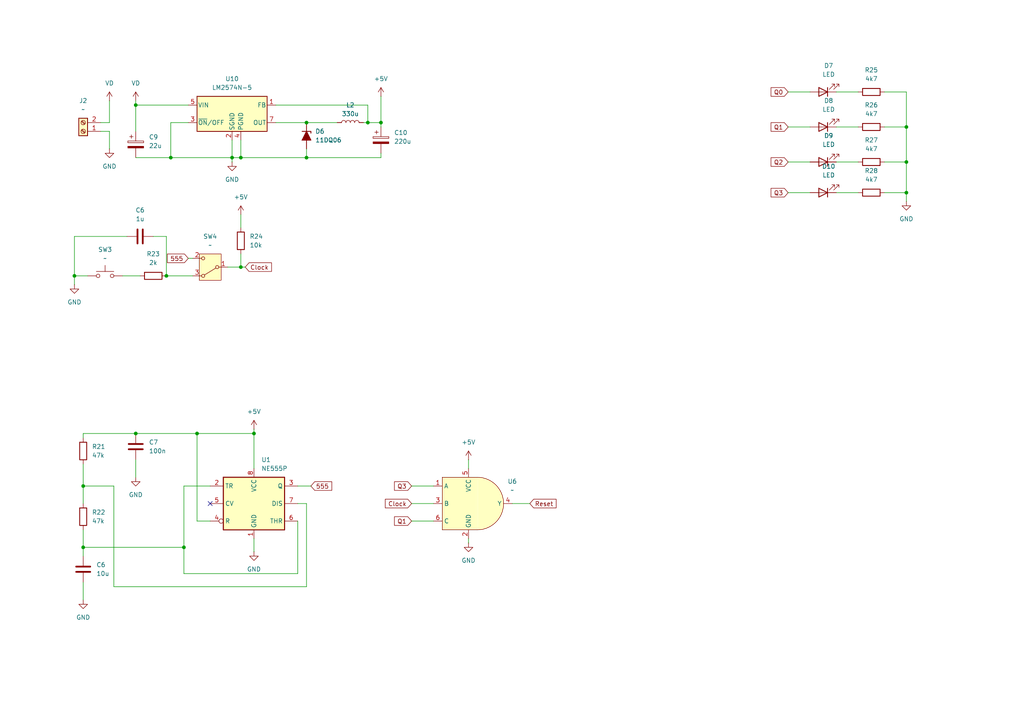
<source format=kicad_sch>
(kicad_sch
	(version 20250114)
	(generator "eeschema")
	(generator_version "9.0")
	(uuid "025c1896-c352-423f-a018-2e617dd36b14")
	(paper "A4")
	(title_block
		(title "BCD brojač")
		(date "2025-10-21")
		(rev "0")
		(company "TVZ- tehničko veleučilište zagreb")
		(comment 1 "izradio:Jakov Ožbolt")
	)
	(lib_symbols
		(symbol "Connector:Screw_Terminal_01x02"
			(pin_names
				(offset 1.016)
				(hide yes)
			)
			(exclude_from_sim no)
			(in_bom yes)
			(on_board yes)
			(property "Reference" "J"
				(at 0 2.54 0)
				(effects
					(font
						(size 1.27 1.27)
					)
				)
			)
			(property "Value" "Screw_Terminal_01x02"
				(at 0 -5.08 0)
				(effects
					(font
						(size 1.27 1.27)
					)
				)
			)
			(property "Footprint" ""
				(at 0 0 0)
				(effects
					(font
						(size 1.27 1.27)
					)
					(hide yes)
				)
			)
			(property "Datasheet" "~"
				(at 0 0 0)
				(effects
					(font
						(size 1.27 1.27)
					)
					(hide yes)
				)
			)
			(property "Description" "Generic screw terminal, single row, 01x02, script generated (kicad-library-utils/schlib/autogen/connector/)"
				(at 0 0 0)
				(effects
					(font
						(size 1.27 1.27)
					)
					(hide yes)
				)
			)
			(property "ki_keywords" "screw terminal"
				(at 0 0 0)
				(effects
					(font
						(size 1.27 1.27)
					)
					(hide yes)
				)
			)
			(property "ki_fp_filters" "TerminalBlock*:*"
				(at 0 0 0)
				(effects
					(font
						(size 1.27 1.27)
					)
					(hide yes)
				)
			)
			(symbol "Screw_Terminal_01x02_1_1"
				(rectangle
					(start -1.27 1.27)
					(end 1.27 -3.81)
					(stroke
						(width 0.254)
						(type default)
					)
					(fill
						(type background)
					)
				)
				(polyline
					(pts
						(xy -0.5334 0.3302) (xy 0.3302 -0.508)
					)
					(stroke
						(width 0.1524)
						(type default)
					)
					(fill
						(type none)
					)
				)
				(polyline
					(pts
						(xy -0.5334 -2.2098) (xy 0.3302 -3.048)
					)
					(stroke
						(width 0.1524)
						(type default)
					)
					(fill
						(type none)
					)
				)
				(polyline
					(pts
						(xy -0.3556 0.508) (xy 0.508 -0.3302)
					)
					(stroke
						(width 0.1524)
						(type default)
					)
					(fill
						(type none)
					)
				)
				(polyline
					(pts
						(xy -0.3556 -2.032) (xy 0.508 -2.8702)
					)
					(stroke
						(width 0.1524)
						(type default)
					)
					(fill
						(type none)
					)
				)
				(circle
					(center 0 0)
					(radius 0.635)
					(stroke
						(width 0.1524)
						(type default)
					)
					(fill
						(type none)
					)
				)
				(circle
					(center 0 -2.54)
					(radius 0.635)
					(stroke
						(width 0.1524)
						(type default)
					)
					(fill
						(type none)
					)
				)
				(pin passive line
					(at -5.08 0 0)
					(length 3.81)
					(name "Pin_1"
						(effects
							(font
								(size 1.27 1.27)
							)
						)
					)
					(number "1"
						(effects
							(font
								(size 1.27 1.27)
							)
						)
					)
				)
				(pin passive line
					(at -5.08 -2.54 0)
					(length 3.81)
					(name "Pin_2"
						(effects
							(font
								(size 1.27 1.27)
							)
						)
					)
					(number "2"
						(effects
							(font
								(size 1.27 1.27)
							)
						)
					)
				)
			)
			(embedded_fonts no)
		)
		(symbol "Device:C"
			(pin_numbers
				(hide yes)
			)
			(pin_names
				(offset 0.254)
			)
			(exclude_from_sim no)
			(in_bom yes)
			(on_board yes)
			(property "Reference" "C"
				(at 0.635 2.54 0)
				(effects
					(font
						(size 1.27 1.27)
					)
					(justify left)
				)
			)
			(property "Value" "C"
				(at 0.635 -2.54 0)
				(effects
					(font
						(size 1.27 1.27)
					)
					(justify left)
				)
			)
			(property "Footprint" ""
				(at 0.9652 -3.81 0)
				(effects
					(font
						(size 1.27 1.27)
					)
					(hide yes)
				)
			)
			(property "Datasheet" "~"
				(at 0 0 0)
				(effects
					(font
						(size 1.27 1.27)
					)
					(hide yes)
				)
			)
			(property "Description" "Unpolarized capacitor"
				(at 0 0 0)
				(effects
					(font
						(size 1.27 1.27)
					)
					(hide yes)
				)
			)
			(property "ki_keywords" "cap capacitor"
				(at 0 0 0)
				(effects
					(font
						(size 1.27 1.27)
					)
					(hide yes)
				)
			)
			(property "ki_fp_filters" "C_*"
				(at 0 0 0)
				(effects
					(font
						(size 1.27 1.27)
					)
					(hide yes)
				)
			)
			(symbol "C_0_1"
				(polyline
					(pts
						(xy -2.032 0.762) (xy 2.032 0.762)
					)
					(stroke
						(width 0.508)
						(type default)
					)
					(fill
						(type none)
					)
				)
				(polyline
					(pts
						(xy -2.032 -0.762) (xy 2.032 -0.762)
					)
					(stroke
						(width 0.508)
						(type default)
					)
					(fill
						(type none)
					)
				)
			)
			(symbol "C_1_1"
				(pin passive line
					(at 0 3.81 270)
					(length 2.794)
					(name "~"
						(effects
							(font
								(size 1.27 1.27)
							)
						)
					)
					(number "1"
						(effects
							(font
								(size 1.27 1.27)
							)
						)
					)
				)
				(pin passive line
					(at 0 -3.81 90)
					(length 2.794)
					(name "~"
						(effects
							(font
								(size 1.27 1.27)
							)
						)
					)
					(number "2"
						(effects
							(font
								(size 1.27 1.27)
							)
						)
					)
				)
			)
			(embedded_fonts no)
		)
		(symbol "Device:C_Polarized"
			(pin_numbers
				(hide yes)
			)
			(pin_names
				(offset 0.254)
			)
			(exclude_from_sim no)
			(in_bom yes)
			(on_board yes)
			(property "Reference" "C"
				(at 0.635 2.54 0)
				(effects
					(font
						(size 1.27 1.27)
					)
					(justify left)
				)
			)
			(property "Value" "C_Polarized"
				(at 0.635 -2.54 0)
				(effects
					(font
						(size 1.27 1.27)
					)
					(justify left)
				)
			)
			(property "Footprint" ""
				(at 0.9652 -3.81 0)
				(effects
					(font
						(size 1.27 1.27)
					)
					(hide yes)
				)
			)
			(property "Datasheet" "~"
				(at 0 0 0)
				(effects
					(font
						(size 1.27 1.27)
					)
					(hide yes)
				)
			)
			(property "Description" "Polarized capacitor"
				(at 0 0 0)
				(effects
					(font
						(size 1.27 1.27)
					)
					(hide yes)
				)
			)
			(property "ki_keywords" "cap capacitor"
				(at 0 0 0)
				(effects
					(font
						(size 1.27 1.27)
					)
					(hide yes)
				)
			)
			(property "ki_fp_filters" "CP_*"
				(at 0 0 0)
				(effects
					(font
						(size 1.27 1.27)
					)
					(hide yes)
				)
			)
			(symbol "C_Polarized_0_1"
				(rectangle
					(start -2.286 0.508)
					(end 2.286 1.016)
					(stroke
						(width 0)
						(type default)
					)
					(fill
						(type none)
					)
				)
				(polyline
					(pts
						(xy -1.778 2.286) (xy -0.762 2.286)
					)
					(stroke
						(width 0)
						(type default)
					)
					(fill
						(type none)
					)
				)
				(polyline
					(pts
						(xy -1.27 2.794) (xy -1.27 1.778)
					)
					(stroke
						(width 0)
						(type default)
					)
					(fill
						(type none)
					)
				)
				(rectangle
					(start 2.286 -0.508)
					(end -2.286 -1.016)
					(stroke
						(width 0)
						(type default)
					)
					(fill
						(type outline)
					)
				)
			)
			(symbol "C_Polarized_1_1"
				(pin passive line
					(at 0 3.81 270)
					(length 2.794)
					(name "~"
						(effects
							(font
								(size 1.27 1.27)
							)
						)
					)
					(number "1"
						(effects
							(font
								(size 1.27 1.27)
							)
						)
					)
				)
				(pin passive line
					(at 0 -3.81 90)
					(length 2.794)
					(name "~"
						(effects
							(font
								(size 1.27 1.27)
							)
						)
					)
					(number "2"
						(effects
							(font
								(size 1.27 1.27)
							)
						)
					)
				)
			)
			(embedded_fonts no)
		)
		(symbol "Device:D_Zener_Filled"
			(pin_numbers
				(hide yes)
			)
			(pin_names
				(offset 1.016)
				(hide yes)
			)
			(exclude_from_sim no)
			(in_bom yes)
			(on_board yes)
			(property "Reference" "D"
				(at 0 2.54 0)
				(effects
					(font
						(size 1.27 1.27)
					)
				)
			)
			(property "Value" "D_Zener_Filled"
				(at 0 -2.54 0)
				(effects
					(font
						(size 1.27 1.27)
					)
				)
			)
			(property "Footprint" ""
				(at 0 0 0)
				(effects
					(font
						(size 1.27 1.27)
					)
					(hide yes)
				)
			)
			(property "Datasheet" "~"
				(at 0 0 0)
				(effects
					(font
						(size 1.27 1.27)
					)
					(hide yes)
				)
			)
			(property "Description" "Zener diode, filled shape"
				(at 0 0 0)
				(effects
					(font
						(size 1.27 1.27)
					)
					(hide yes)
				)
			)
			(property "ki_keywords" "diode"
				(at 0 0 0)
				(effects
					(font
						(size 1.27 1.27)
					)
					(hide yes)
				)
			)
			(property "ki_fp_filters" "TO-???* *_Diode_* *SingleDiode* D_*"
				(at 0 0 0)
				(effects
					(font
						(size 1.27 1.27)
					)
					(hide yes)
				)
			)
			(symbol "D_Zener_Filled_0_1"
				(polyline
					(pts
						(xy -1.27 -1.27) (xy -1.27 1.27) (xy -0.762 1.27)
					)
					(stroke
						(width 0.254)
						(type default)
					)
					(fill
						(type none)
					)
				)
				(polyline
					(pts
						(xy 1.27 0) (xy -1.27 0)
					)
					(stroke
						(width 0)
						(type default)
					)
					(fill
						(type none)
					)
				)
				(polyline
					(pts
						(xy 1.27 -1.27) (xy 1.27 1.27) (xy -1.27 0) (xy 1.27 -1.27)
					)
					(stroke
						(width 0.254)
						(type default)
					)
					(fill
						(type outline)
					)
				)
			)
			(symbol "D_Zener_Filled_1_1"
				(pin passive line
					(at -3.81 0 0)
					(length 2.54)
					(name "K"
						(effects
							(font
								(size 1.27 1.27)
							)
						)
					)
					(number "1"
						(effects
							(font
								(size 1.27 1.27)
							)
						)
					)
				)
				(pin passive line
					(at 3.81 0 180)
					(length 2.54)
					(name "A"
						(effects
							(font
								(size 1.27 1.27)
							)
						)
					)
					(number "2"
						(effects
							(font
								(size 1.27 1.27)
							)
						)
					)
				)
			)
			(embedded_fonts no)
		)
		(symbol "Device:L"
			(pin_numbers
				(hide yes)
			)
			(pin_names
				(offset 1.016)
				(hide yes)
			)
			(exclude_from_sim no)
			(in_bom yes)
			(on_board yes)
			(property "Reference" "L"
				(at -1.27 0 90)
				(effects
					(font
						(size 1.27 1.27)
					)
				)
			)
			(property "Value" "L"
				(at 1.905 0 90)
				(effects
					(font
						(size 1.27 1.27)
					)
				)
			)
			(property "Footprint" ""
				(at 0 0 0)
				(effects
					(font
						(size 1.27 1.27)
					)
					(hide yes)
				)
			)
			(property "Datasheet" "~"
				(at 0 0 0)
				(effects
					(font
						(size 1.27 1.27)
					)
					(hide yes)
				)
			)
			(property "Description" "Inductor"
				(at 0 0 0)
				(effects
					(font
						(size 1.27 1.27)
					)
					(hide yes)
				)
			)
			(property "ki_keywords" "inductor choke coil reactor magnetic"
				(at 0 0 0)
				(effects
					(font
						(size 1.27 1.27)
					)
					(hide yes)
				)
			)
			(property "ki_fp_filters" "Choke_* *Coil* Inductor_* L_*"
				(at 0 0 0)
				(effects
					(font
						(size 1.27 1.27)
					)
					(hide yes)
				)
			)
			(symbol "L_0_1"
				(arc
					(start 0 2.54)
					(mid 0.6323 1.905)
					(end 0 1.27)
					(stroke
						(width 0)
						(type default)
					)
					(fill
						(type none)
					)
				)
				(arc
					(start 0 1.27)
					(mid 0.6323 0.635)
					(end 0 0)
					(stroke
						(width 0)
						(type default)
					)
					(fill
						(type none)
					)
				)
				(arc
					(start 0 0)
					(mid 0.6323 -0.635)
					(end 0 -1.27)
					(stroke
						(width 0)
						(type default)
					)
					(fill
						(type none)
					)
				)
				(arc
					(start 0 -1.27)
					(mid 0.6323 -1.905)
					(end 0 -2.54)
					(stroke
						(width 0)
						(type default)
					)
					(fill
						(type none)
					)
				)
			)
			(symbol "L_1_1"
				(pin passive line
					(at 0 3.81 270)
					(length 1.27)
					(name "1"
						(effects
							(font
								(size 1.27 1.27)
							)
						)
					)
					(number "1"
						(effects
							(font
								(size 1.27 1.27)
							)
						)
					)
				)
				(pin passive line
					(at 0 -3.81 90)
					(length 1.27)
					(name "2"
						(effects
							(font
								(size 1.27 1.27)
							)
						)
					)
					(number "2"
						(effects
							(font
								(size 1.27 1.27)
							)
						)
					)
				)
			)
			(embedded_fonts no)
		)
		(symbol "Device:LED"
			(pin_numbers
				(hide yes)
			)
			(pin_names
				(offset 1.016)
				(hide yes)
			)
			(exclude_from_sim no)
			(in_bom yes)
			(on_board yes)
			(property "Reference" "D"
				(at 0 2.54 0)
				(effects
					(font
						(size 1.27 1.27)
					)
				)
			)
			(property "Value" "LED"
				(at 0 -2.54 0)
				(effects
					(font
						(size 1.27 1.27)
					)
				)
			)
			(property "Footprint" ""
				(at 0 0 0)
				(effects
					(font
						(size 1.27 1.27)
					)
					(hide yes)
				)
			)
			(property "Datasheet" "~"
				(at 0 0 0)
				(effects
					(font
						(size 1.27 1.27)
					)
					(hide yes)
				)
			)
			(property "Description" "Light emitting diode"
				(at 0 0 0)
				(effects
					(font
						(size 1.27 1.27)
					)
					(hide yes)
				)
			)
			(property "Sim.Pins" "1=K 2=A"
				(at 0 0 0)
				(effects
					(font
						(size 1.27 1.27)
					)
					(hide yes)
				)
			)
			(property "ki_keywords" "LED diode"
				(at 0 0 0)
				(effects
					(font
						(size 1.27 1.27)
					)
					(hide yes)
				)
			)
			(property "ki_fp_filters" "LED* LED_SMD:* LED_THT:*"
				(at 0 0 0)
				(effects
					(font
						(size 1.27 1.27)
					)
					(hide yes)
				)
			)
			(symbol "LED_0_1"
				(polyline
					(pts
						(xy -3.048 -0.762) (xy -4.572 -2.286) (xy -3.81 -2.286) (xy -4.572 -2.286) (xy -4.572 -1.524)
					)
					(stroke
						(width 0)
						(type default)
					)
					(fill
						(type none)
					)
				)
				(polyline
					(pts
						(xy -1.778 -0.762) (xy -3.302 -2.286) (xy -2.54 -2.286) (xy -3.302 -2.286) (xy -3.302 -1.524)
					)
					(stroke
						(width 0)
						(type default)
					)
					(fill
						(type none)
					)
				)
				(polyline
					(pts
						(xy -1.27 0) (xy 1.27 0)
					)
					(stroke
						(width 0)
						(type default)
					)
					(fill
						(type none)
					)
				)
				(polyline
					(pts
						(xy -1.27 -1.27) (xy -1.27 1.27)
					)
					(stroke
						(width 0.254)
						(type default)
					)
					(fill
						(type none)
					)
				)
				(polyline
					(pts
						(xy 1.27 -1.27) (xy 1.27 1.27) (xy -1.27 0) (xy 1.27 -1.27)
					)
					(stroke
						(width 0.254)
						(type default)
					)
					(fill
						(type none)
					)
				)
			)
			(symbol "LED_1_1"
				(pin passive line
					(at -3.81 0 0)
					(length 2.54)
					(name "K"
						(effects
							(font
								(size 1.27 1.27)
							)
						)
					)
					(number "1"
						(effects
							(font
								(size 1.27 1.27)
							)
						)
					)
				)
				(pin passive line
					(at 3.81 0 180)
					(length 2.54)
					(name "A"
						(effects
							(font
								(size 1.27 1.27)
							)
						)
					)
					(number "2"
						(effects
							(font
								(size 1.27 1.27)
							)
						)
					)
				)
			)
			(embedded_fonts no)
		)
		(symbol "Device:R"
			(pin_numbers
				(hide yes)
			)
			(pin_names
				(offset 0)
			)
			(exclude_from_sim no)
			(in_bom yes)
			(on_board yes)
			(property "Reference" "R"
				(at 2.032 0 90)
				(effects
					(font
						(size 1.27 1.27)
					)
				)
			)
			(property "Value" "R"
				(at 0 0 90)
				(effects
					(font
						(size 1.27 1.27)
					)
				)
			)
			(property "Footprint" ""
				(at -1.778 0 90)
				(effects
					(font
						(size 1.27 1.27)
					)
					(hide yes)
				)
			)
			(property "Datasheet" "~"
				(at 0 0 0)
				(effects
					(font
						(size 1.27 1.27)
					)
					(hide yes)
				)
			)
			(property "Description" "Resistor"
				(at 0 0 0)
				(effects
					(font
						(size 1.27 1.27)
					)
					(hide yes)
				)
			)
			(property "ki_keywords" "R res resistor"
				(at 0 0 0)
				(effects
					(font
						(size 1.27 1.27)
					)
					(hide yes)
				)
			)
			(property "ki_fp_filters" "R_*"
				(at 0 0 0)
				(effects
					(font
						(size 1.27 1.27)
					)
					(hide yes)
				)
			)
			(symbol "R_0_1"
				(rectangle
					(start -1.016 -2.54)
					(end 1.016 2.54)
					(stroke
						(width 0.254)
						(type default)
					)
					(fill
						(type none)
					)
				)
			)
			(symbol "R_1_1"
				(pin passive line
					(at 0 3.81 270)
					(length 1.27)
					(name "~"
						(effects
							(font
								(size 1.27 1.27)
							)
						)
					)
					(number "1"
						(effects
							(font
								(size 1.27 1.27)
							)
						)
					)
				)
				(pin passive line
					(at 0 -3.81 90)
					(length 1.27)
					(name "~"
						(effects
							(font
								(size 1.27 1.27)
							)
						)
					)
					(number "2"
						(effects
							(font
								(size 1.27 1.27)
							)
						)
					)
				)
			)
			(embedded_fonts no)
		)
		(symbol "Regulator_Switching:LM2574N-5"
			(pin_names
				(offset 0.254)
			)
			(exclude_from_sim no)
			(in_bom yes)
			(on_board yes)
			(property "Reference" "U"
				(at -10.16 6.35 0)
				(effects
					(font
						(size 1.27 1.27)
					)
					(justify left)
				)
			)
			(property "Value" "LM2574N-5"
				(at 0 6.35 0)
				(effects
					(font
						(size 1.27 1.27)
					)
					(justify left)
				)
			)
			(property "Footprint" "Package_DIP:DIP-8_W7.62mm"
				(at -10.16 8.89 0)
				(effects
					(font
						(size 1.27 1.27)
						(italic yes)
					)
					(justify left)
					(hide yes)
				)
			)
			(property "Datasheet" "http://www.national.com/ds/LM/LM2574.pdf"
				(at 0 0 0)
				(effects
					(font
						(size 1.27 1.27)
					)
					(hide yes)
				)
			)
			(property "Description" "5V, 0.5A SIMPLE SWITCHER® Step-Down Voltage Regulator, DIP-8"
				(at 0 0 0)
				(effects
					(font
						(size 1.27 1.27)
					)
					(hide yes)
				)
			)
			(property "ki_keywords" "Step-Down Voltage Regulator 5V 500mA"
				(at 0 0 0)
				(effects
					(font
						(size 1.27 1.27)
					)
					(hide yes)
				)
			)
			(property "ki_fp_filters" "DIP*W7.62mm*"
				(at 0 0 0)
				(effects
					(font
						(size 1.27 1.27)
					)
					(hide yes)
				)
			)
			(symbol "LM2574N-5_0_1"
				(rectangle
					(start -10.16 5.08)
					(end 10.16 -5.08)
					(stroke
						(width 0.254)
						(type default)
					)
					(fill
						(type background)
					)
				)
			)
			(symbol "LM2574N-5_1_1"
				(pin power_in line
					(at -12.7 2.54 0)
					(length 2.54)
					(name "VIN"
						(effects
							(font
								(size 1.27 1.27)
							)
						)
					)
					(number "5"
						(effects
							(font
								(size 1.27 1.27)
							)
						)
					)
				)
				(pin input line
					(at -12.7 -2.54 0)
					(length 2.54)
					(name "~{ON}/OFF"
						(effects
							(font
								(size 1.27 1.27)
							)
						)
					)
					(number "3"
						(effects
							(font
								(size 1.27 1.27)
							)
						)
					)
				)
				(pin no_connect line
					(at -10.16 0 0)
					(length 2.54)
					(hide yes)
					(name "NC"
						(effects
							(font
								(size 1.27 1.27)
							)
						)
					)
					(number "6"
						(effects
							(font
								(size 1.27 1.27)
							)
						)
					)
				)
				(pin power_in line
					(at 0 -7.62 90)
					(length 2.54)
					(name "SGND"
						(effects
							(font
								(size 1.27 1.27)
							)
						)
					)
					(number "2"
						(effects
							(font
								(size 1.27 1.27)
							)
						)
					)
				)
				(pin power_in line
					(at 2.54 -7.62 90)
					(length 2.54)
					(name "PGND"
						(effects
							(font
								(size 1.27 1.27)
							)
						)
					)
					(number "4"
						(effects
							(font
								(size 1.27 1.27)
							)
						)
					)
				)
				(pin no_connect line
					(at 10.16 0 180)
					(length 2.54)
					(hide yes)
					(name "NC"
						(effects
							(font
								(size 1.27 1.27)
							)
						)
					)
					(number "8"
						(effects
							(font
								(size 1.27 1.27)
							)
						)
					)
				)
				(pin input line
					(at 12.7 2.54 180)
					(length 2.54)
					(name "FB"
						(effects
							(font
								(size 1.27 1.27)
							)
						)
					)
					(number "1"
						(effects
							(font
								(size 1.27 1.27)
							)
						)
					)
				)
				(pin output line
					(at 12.7 -2.54 180)
					(length 2.54)
					(name "OUT"
						(effects
							(font
								(size 1.27 1.27)
							)
						)
					)
					(number "7"
						(effects
							(font
								(size 1.27 1.27)
							)
						)
					)
				)
			)
			(embedded_fonts no)
		)
		(symbol "SN74LVC1G11:SN74LVC1G11"
			(exclude_from_sim no)
			(in_bom yes)
			(on_board yes)
			(property "Reference" "U?"
				(at 2.54 10.16 0)
				(effects
					(font
						(size 1.27 1.27)
					)
				)
			)
			(property "Value" ""
				(at 2.54 2.54 0)
				(effects
					(font
						(size 1.27 1.27)
					)
				)
			)
			(property "Footprint" ""
				(at 2.54 2.54 0)
				(effects
					(font
						(size 1.27 1.27)
					)
					(hide yes)
				)
			)
			(property "Datasheet" ""
				(at 2.54 2.54 0)
				(effects
					(font
						(size 1.27 1.27)
					)
					(hide yes)
				)
			)
			(property "Description" ""
				(at 2.54 2.54 0)
				(effects
					(font
						(size 1.27 1.27)
					)
					(hide yes)
				)
			)
			(symbol "SN74LVC1G11_1_1"
				(polyline
					(pts
						(xy 2.54 7.62) (xy -7.62 7.62) (xy -7.62 -7.62) (xy 2.54 -7.62)
					)
					(stroke
						(width 0)
						(type solid)
					)
					(fill
						(type background)
					)
				)
				(arc
					(start 2.54 7.62)
					(mid 10.16 0)
					(end 2.54 -7.62)
					(stroke
						(width 0)
						(type solid)
					)
					(fill
						(type background)
					)
				)
				(pin input line
					(at -10.16 5.08 0)
					(length 2.54)
					(name "A"
						(effects
							(font
								(size 1.27 1.27)
							)
						)
					)
					(number "1"
						(effects
							(font
								(size 1.27 1.27)
							)
						)
					)
				)
				(pin input line
					(at -10.16 0 0)
					(length 2.54)
					(name "B"
						(effects
							(font
								(size 1.27 1.27)
							)
						)
					)
					(number "3"
						(effects
							(font
								(size 1.27 1.27)
							)
						)
					)
				)
				(pin input line
					(at -10.16 -5.08 0)
					(length 2.54)
					(name "C"
						(effects
							(font
								(size 1.27 1.27)
							)
						)
					)
					(number "6"
						(effects
							(font
								(size 1.27 1.27)
							)
						)
					)
				)
				(pin input line
					(at 0 10.16 270)
					(length 2.54)
					(name "VCC"
						(effects
							(font
								(size 1.27 1.27)
							)
						)
					)
					(number "5"
						(effects
							(font
								(size 1.27 1.27)
							)
						)
					)
				)
				(pin input line
					(at 0 -10.16 90)
					(length 2.54)
					(name "GND"
						(effects
							(font
								(size 1.27 1.27)
							)
						)
					)
					(number "2"
						(effects
							(font
								(size 1.27 1.27)
							)
						)
					)
				)
				(pin input line
					(at 12.7 0 180)
					(length 2.54)
					(name "Y"
						(effects
							(font
								(size 1.27 1.27)
							)
						)
					)
					(number "4"
						(effects
							(font
								(size 1.27 1.27)
							)
						)
					)
				)
			)
			(embedded_fonts no)
		)
		(symbol "Switch:SW_MEC_5G"
			(pin_numbers
				(hide yes)
			)
			(pin_names
				(offset 1.016)
				(hide yes)
			)
			(exclude_from_sim no)
			(in_bom yes)
			(on_board yes)
			(property "Reference" "SW"
				(at 1.27 2.54 0)
				(effects
					(font
						(size 1.27 1.27)
					)
					(justify left)
				)
			)
			(property "Value" "SW_MEC_5G"
				(at 0 -1.524 0)
				(effects
					(font
						(size 1.27 1.27)
					)
				)
			)
			(property "Footprint" ""
				(at 0 5.08 0)
				(effects
					(font
						(size 1.27 1.27)
					)
					(hide yes)
				)
			)
			(property "Datasheet" "http://www.apem.com/int/index.php?controller=attachment&id_attachment=488"
				(at 0 5.08 0)
				(effects
					(font
						(size 1.27 1.27)
					)
					(hide yes)
				)
			)
			(property "Description" "MEC 5G single pole normally-open tactile switch"
				(at 0 0 0)
				(effects
					(font
						(size 1.27 1.27)
					)
					(hide yes)
				)
			)
			(property "ki_keywords" "switch normally-open pushbutton push-button"
				(at 0 0 0)
				(effects
					(font
						(size 1.27 1.27)
					)
					(hide yes)
				)
			)
			(property "ki_fp_filters" "SW*MEC*5G*"
				(at 0 0 0)
				(effects
					(font
						(size 1.27 1.27)
					)
					(hide yes)
				)
			)
			(symbol "SW_MEC_5G_0_1"
				(circle
					(center -2.032 0)
					(radius 0.508)
					(stroke
						(width 0)
						(type default)
					)
					(fill
						(type none)
					)
				)
				(polyline
					(pts
						(xy 0 1.27) (xy 0 3.048)
					)
					(stroke
						(width 0)
						(type default)
					)
					(fill
						(type none)
					)
				)
				(circle
					(center 2.032 0)
					(radius 0.508)
					(stroke
						(width 0)
						(type default)
					)
					(fill
						(type none)
					)
				)
				(polyline
					(pts
						(xy 2.54 1.27) (xy -2.54 1.27)
					)
					(stroke
						(width 0)
						(type default)
					)
					(fill
						(type none)
					)
				)
				(pin passive line
					(at -5.08 0 0)
					(length 2.54)
					(name "A"
						(effects
							(font
								(size 1.27 1.27)
							)
						)
					)
					(number "1"
						(effects
							(font
								(size 1.27 1.27)
							)
						)
					)
				)
				(pin passive line
					(at 5.08 0 180)
					(length 2.54)
					(name "B"
						(effects
							(font
								(size 1.27 1.27)
							)
						)
					)
					(number "3"
						(effects
							(font
								(size 1.27 1.27)
							)
						)
					)
				)
			)
			(symbol "SW_MEC_5G_1_1"
				(pin passive line
					(at -5.08 0 0)
					(length 2.54)
					(hide yes)
					(name "A"
						(effects
							(font
								(size 1.27 1.27)
							)
						)
					)
					(number "2"
						(effects
							(font
								(size 1.27 1.27)
							)
						)
					)
				)
				(pin passive line
					(at 5.08 0 180)
					(length 2.54)
					(hide yes)
					(name "B"
						(effects
							(font
								(size 1.27 1.27)
							)
						)
					)
					(number "4"
						(effects
							(font
								(size 1.27 1.27)
							)
						)
					)
				)
			)
			(embedded_fonts no)
		)
		(symbol "Switch:SW_SPDT_312"
			(pin_names
				(offset 1)
				(hide yes)
			)
			(exclude_from_sim no)
			(in_bom yes)
			(on_board yes)
			(property "Reference" "SW"
				(at 0 5.08 0)
				(effects
					(font
						(size 1.27 1.27)
					)
				)
			)
			(property "Value" "SW_SPDT_312"
				(at 0 -5.08 0)
				(effects
					(font
						(size 1.27 1.27)
					)
				)
			)
			(property "Footprint" ""
				(at 0 -10.16 0)
				(effects
					(font
						(size 1.27 1.27)
					)
					(hide yes)
				)
			)
			(property "Datasheet" "~"
				(at 0 -7.62 0)
				(effects
					(font
						(size 1.27 1.27)
					)
					(hide yes)
				)
			)
			(property "Description" "Switch, single pole double throw"
				(at 0 0 0)
				(effects
					(font
						(size 1.27 1.27)
					)
					(hide yes)
				)
			)
			(property "ki_keywords" "changeover single-pole double-throw spdt ON-ON"
				(at 0 0 0)
				(effects
					(font
						(size 1.27 1.27)
					)
					(hide yes)
				)
			)
			(symbol "SW_SPDT_312_0_1"
				(circle
					(center -2.032 0)
					(radius 0.4572)
					(stroke
						(width 0)
						(type default)
					)
					(fill
						(type none)
					)
				)
				(polyline
					(pts
						(xy -1.651 0.254) (xy 1.651 2.286)
					)
					(stroke
						(width 0)
						(type default)
					)
					(fill
						(type none)
					)
				)
				(circle
					(center 2.032 2.54)
					(radius 0.4572)
					(stroke
						(width 0)
						(type default)
					)
					(fill
						(type none)
					)
				)
				(circle
					(center 2.032 -2.54)
					(radius 0.4572)
					(stroke
						(width 0)
						(type default)
					)
					(fill
						(type none)
					)
				)
			)
			(symbol "SW_SPDT_312_1_1"
				(rectangle
					(start -3.175 3.81)
					(end 3.175 -3.81)
					(stroke
						(width 0)
						(type default)
					)
					(fill
						(type background)
					)
				)
				(pin passive line
					(at -5.08 0 0)
					(length 2.54)
					(name "B"
						(effects
							(font
								(size 1.27 1.27)
							)
						)
					)
					(number "1"
						(effects
							(font
								(size 1.27 1.27)
							)
						)
					)
				)
				(pin passive line
					(at 5.08 2.54 180)
					(length 2.54)
					(name "A"
						(effects
							(font
								(size 1.27 1.27)
							)
						)
					)
					(number "3"
						(effects
							(font
								(size 1.27 1.27)
							)
						)
					)
				)
				(pin passive line
					(at 5.08 -2.54 180)
					(length 2.54)
					(name "C"
						(effects
							(font
								(size 1.27 1.27)
							)
						)
					)
					(number "2"
						(effects
							(font
								(size 1.27 1.27)
							)
						)
					)
				)
			)
			(embedded_fonts no)
		)
		(symbol "Timer:NE555P"
			(exclude_from_sim no)
			(in_bom yes)
			(on_board yes)
			(property "Reference" "U"
				(at -10.16 8.89 0)
				(effects
					(font
						(size 1.27 1.27)
					)
					(justify left)
				)
			)
			(property "Value" "NE555P"
				(at 2.54 8.89 0)
				(effects
					(font
						(size 1.27 1.27)
					)
					(justify left)
				)
			)
			(property "Footprint" "Package_DIP:DIP-8_W7.62mm"
				(at 16.51 -10.16 0)
				(effects
					(font
						(size 1.27 1.27)
					)
					(hide yes)
				)
			)
			(property "Datasheet" "http://www.ti.com/lit/ds/symlink/ne555.pdf"
				(at 21.59 -10.16 0)
				(effects
					(font
						(size 1.27 1.27)
					)
					(hide yes)
				)
			)
			(property "Description" "Precision Timers, 555 compatible,  PDIP-8"
				(at 0 0 0)
				(effects
					(font
						(size 1.27 1.27)
					)
					(hide yes)
				)
			)
			(property "ki_keywords" "single timer 555"
				(at 0 0 0)
				(effects
					(font
						(size 1.27 1.27)
					)
					(hide yes)
				)
			)
			(property "ki_fp_filters" "DIP*W7.62mm*"
				(at 0 0 0)
				(effects
					(font
						(size 1.27 1.27)
					)
					(hide yes)
				)
			)
			(symbol "NE555P_0_0"
				(pin power_in line
					(at 0 10.16 270)
					(length 2.54)
					(name "VCC"
						(effects
							(font
								(size 1.27 1.27)
							)
						)
					)
					(number "8"
						(effects
							(font
								(size 1.27 1.27)
							)
						)
					)
				)
				(pin power_in line
					(at 0 -10.16 90)
					(length 2.54)
					(name "GND"
						(effects
							(font
								(size 1.27 1.27)
							)
						)
					)
					(number "1"
						(effects
							(font
								(size 1.27 1.27)
							)
						)
					)
				)
			)
			(symbol "NE555P_0_1"
				(rectangle
					(start -8.89 -7.62)
					(end 8.89 7.62)
					(stroke
						(width 0.254)
						(type default)
					)
					(fill
						(type background)
					)
				)
				(rectangle
					(start -8.89 -7.62)
					(end 8.89 7.62)
					(stroke
						(width 0.254)
						(type default)
					)
					(fill
						(type background)
					)
				)
			)
			(symbol "NE555P_1_1"
				(pin input line
					(at -12.7 5.08 0)
					(length 3.81)
					(name "TR"
						(effects
							(font
								(size 1.27 1.27)
							)
						)
					)
					(number "2"
						(effects
							(font
								(size 1.27 1.27)
							)
						)
					)
				)
				(pin input line
					(at -12.7 0 0)
					(length 3.81)
					(name "CV"
						(effects
							(font
								(size 1.27 1.27)
							)
						)
					)
					(number "5"
						(effects
							(font
								(size 1.27 1.27)
							)
						)
					)
				)
				(pin input inverted
					(at -12.7 -5.08 0)
					(length 3.81)
					(name "R"
						(effects
							(font
								(size 1.27 1.27)
							)
						)
					)
					(number "4"
						(effects
							(font
								(size 1.27 1.27)
							)
						)
					)
				)
				(pin output line
					(at 12.7 5.08 180)
					(length 3.81)
					(name "Q"
						(effects
							(font
								(size 1.27 1.27)
							)
						)
					)
					(number "3"
						(effects
							(font
								(size 1.27 1.27)
							)
						)
					)
				)
				(pin input line
					(at 12.7 0 180)
					(length 3.81)
					(name "DIS"
						(effects
							(font
								(size 1.27 1.27)
							)
						)
					)
					(number "7"
						(effects
							(font
								(size 1.27 1.27)
							)
						)
					)
				)
				(pin input line
					(at 12.7 -5.08 180)
					(length 3.81)
					(name "THR"
						(effects
							(font
								(size 1.27 1.27)
							)
						)
					)
					(number "6"
						(effects
							(font
								(size 1.27 1.27)
							)
						)
					)
				)
			)
			(embedded_fonts no)
		)
		(symbol "power:+5V"
			(power)
			(pin_numbers
				(hide yes)
			)
			(pin_names
				(offset 0)
				(hide yes)
			)
			(exclude_from_sim no)
			(in_bom yes)
			(on_board yes)
			(property "Reference" "#PWR"
				(at 0 -3.81 0)
				(effects
					(font
						(size 1.27 1.27)
					)
					(hide yes)
				)
			)
			(property "Value" "+5V"
				(at 0 3.556 0)
				(effects
					(font
						(size 1.27 1.27)
					)
				)
			)
			(property "Footprint" ""
				(at 0 0 0)
				(effects
					(font
						(size 1.27 1.27)
					)
					(hide yes)
				)
			)
			(property "Datasheet" ""
				(at 0 0 0)
				(effects
					(font
						(size 1.27 1.27)
					)
					(hide yes)
				)
			)
			(property "Description" "Power symbol creates a global label with name \"+5V\""
				(at 0 0 0)
				(effects
					(font
						(size 1.27 1.27)
					)
					(hide yes)
				)
			)
			(property "ki_keywords" "global power"
				(at 0 0 0)
				(effects
					(font
						(size 1.27 1.27)
					)
					(hide yes)
				)
			)
			(symbol "+5V_0_1"
				(polyline
					(pts
						(xy -0.762 1.27) (xy 0 2.54)
					)
					(stroke
						(width 0)
						(type default)
					)
					(fill
						(type none)
					)
				)
				(polyline
					(pts
						(xy 0 2.54) (xy 0.762 1.27)
					)
					(stroke
						(width 0)
						(type default)
					)
					(fill
						(type none)
					)
				)
				(polyline
					(pts
						(xy 0 0) (xy 0 2.54)
					)
					(stroke
						(width 0)
						(type default)
					)
					(fill
						(type none)
					)
				)
			)
			(symbol "+5V_1_1"
				(pin power_in line
					(at 0 0 90)
					(length 0)
					(name "~"
						(effects
							(font
								(size 1.27 1.27)
							)
						)
					)
					(number "1"
						(effects
							(font
								(size 1.27 1.27)
							)
						)
					)
				)
			)
			(embedded_fonts no)
		)
		(symbol "power:GND"
			(power)
			(pin_numbers
				(hide yes)
			)
			(pin_names
				(offset 0)
				(hide yes)
			)
			(exclude_from_sim no)
			(in_bom yes)
			(on_board yes)
			(property "Reference" "#PWR"
				(at 0 -6.35 0)
				(effects
					(font
						(size 1.27 1.27)
					)
					(hide yes)
				)
			)
			(property "Value" "GND"
				(at 0 -3.81 0)
				(effects
					(font
						(size 1.27 1.27)
					)
				)
			)
			(property "Footprint" ""
				(at 0 0 0)
				(effects
					(font
						(size 1.27 1.27)
					)
					(hide yes)
				)
			)
			(property "Datasheet" ""
				(at 0 0 0)
				(effects
					(font
						(size 1.27 1.27)
					)
					(hide yes)
				)
			)
			(property "Description" "Power symbol creates a global label with name \"GND\" , ground"
				(at 0 0 0)
				(effects
					(font
						(size 1.27 1.27)
					)
					(hide yes)
				)
			)
			(property "ki_keywords" "global power"
				(at 0 0 0)
				(effects
					(font
						(size 1.27 1.27)
					)
					(hide yes)
				)
			)
			(symbol "GND_0_1"
				(polyline
					(pts
						(xy 0 0) (xy 0 -1.27) (xy 1.27 -1.27) (xy 0 -2.54) (xy -1.27 -1.27) (xy 0 -1.27)
					)
					(stroke
						(width 0)
						(type default)
					)
					(fill
						(type none)
					)
				)
			)
			(symbol "GND_1_1"
				(pin power_in line
					(at 0 0 270)
					(length 0)
					(name "~"
						(effects
							(font
								(size 1.27 1.27)
							)
						)
					)
					(number "1"
						(effects
							(font
								(size 1.27 1.27)
							)
						)
					)
				)
			)
			(embedded_fonts no)
		)
		(symbol "power:VD"
			(power)
			(pin_numbers
				(hide yes)
			)
			(pin_names
				(offset 0)
				(hide yes)
			)
			(exclude_from_sim no)
			(in_bom yes)
			(on_board yes)
			(property "Reference" "#PWR"
				(at 0 -3.81 0)
				(effects
					(font
						(size 1.27 1.27)
					)
					(hide yes)
				)
			)
			(property "Value" "VD"
				(at 0 3.556 0)
				(effects
					(font
						(size 1.27 1.27)
					)
				)
			)
			(property "Footprint" ""
				(at 0 0 0)
				(effects
					(font
						(size 1.27 1.27)
					)
					(hide yes)
				)
			)
			(property "Datasheet" ""
				(at 0 0 0)
				(effects
					(font
						(size 1.27 1.27)
					)
					(hide yes)
				)
			)
			(property "Description" "Power symbol creates a global label with name \"VD\""
				(at 0 0 0)
				(effects
					(font
						(size 1.27 1.27)
					)
					(hide yes)
				)
			)
			(property "ki_keywords" "global power"
				(at 0 0 0)
				(effects
					(font
						(size 1.27 1.27)
					)
					(hide yes)
				)
			)
			(symbol "VD_0_1"
				(polyline
					(pts
						(xy -0.762 1.27) (xy 0 2.54)
					)
					(stroke
						(width 0)
						(type default)
					)
					(fill
						(type none)
					)
				)
				(polyline
					(pts
						(xy 0 2.54) (xy 0.762 1.27)
					)
					(stroke
						(width 0)
						(type default)
					)
					(fill
						(type none)
					)
				)
				(polyline
					(pts
						(xy 0 0) (xy 0 2.54)
					)
					(stroke
						(width 0)
						(type default)
					)
					(fill
						(type none)
					)
				)
			)
			(symbol "VD_1_1"
				(pin power_in line
					(at 0 0 90)
					(length 0)
					(name "~"
						(effects
							(font
								(size 1.27 1.27)
							)
						)
					)
					(number "1"
						(effects
							(font
								(size 1.27 1.27)
							)
						)
					)
				)
			)
			(embedded_fonts no)
		)
	)
	(junction
		(at 88.9 35.56)
		(diameter 0)
		(color 0 0 0 0)
		(uuid "0ecb641f-7286-41ce-b727-b1d1ff670f35")
	)
	(junction
		(at 24.13 158.75)
		(diameter 0)
		(color 0 0 0 0)
		(uuid "14667e4d-55ad-4c78-aa60-64277acfb022")
	)
	(junction
		(at 262.89 46.99)
		(diameter 0)
		(color 0 0 0 0)
		(uuid "184ba387-f1a7-4f76-ada4-8f2a1140ca18")
	)
	(junction
		(at 49.53 45.72)
		(diameter 0)
		(color 0 0 0 0)
		(uuid "1c65a3e3-19dd-45fa-b53e-90cbfd1e65a5")
	)
	(junction
		(at 21.59 80.01)
		(diameter 0)
		(color 0 0 0 0)
		(uuid "289a8ff8-5ea5-48b1-9f70-c93542d45c9f")
	)
	(junction
		(at 262.89 36.83)
		(diameter 0)
		(color 0 0 0 0)
		(uuid "2d2e63a8-a799-47e8-b554-ed24c2f6dcb4")
	)
	(junction
		(at 69.85 45.72)
		(diameter 0)
		(color 0 0 0 0)
		(uuid "3026630a-6dee-4631-b7c2-1e71daa16b29")
	)
	(junction
		(at 39.37 125.73)
		(diameter 0)
		(color 0 0 0 0)
		(uuid "34bb4b83-ed6c-49c9-93f1-9f5de441067b")
	)
	(junction
		(at 53.34 158.75)
		(diameter 0)
		(color 0 0 0 0)
		(uuid "3702b1aa-280a-4494-8985-391f008bb1ac")
	)
	(junction
		(at 73.66 125.73)
		(diameter 0)
		(color 0 0 0 0)
		(uuid "37abc4c3-299a-40e4-9c58-f40668ff3794")
	)
	(junction
		(at 67.31 45.72)
		(diameter 0)
		(color 0 0 0 0)
		(uuid "3dc43acd-b28a-4b83-bfe6-dadf4e962dbb")
	)
	(junction
		(at 24.13 140.97)
		(diameter 0)
		(color 0 0 0 0)
		(uuid "6d69cf38-8d89-4711-856a-2dc5413e3b57")
	)
	(junction
		(at 39.37 30.48)
		(diameter 0)
		(color 0 0 0 0)
		(uuid "7f0ef2a2-c558-40d1-bc5b-55e200c7759f")
	)
	(junction
		(at 88.9 45.72)
		(diameter 0)
		(color 0 0 0 0)
		(uuid "808d0784-a830-41c6-a016-931f3a96af51")
	)
	(junction
		(at 57.15 125.73)
		(diameter 0)
		(color 0 0 0 0)
		(uuid "8cfb6c28-ea9f-4253-a983-4e1a920a24a3")
	)
	(junction
		(at 48.26 80.01)
		(diameter 0)
		(color 0 0 0 0)
		(uuid "9edae37e-fabf-46d0-8e77-a52bdf0f82f1")
	)
	(junction
		(at 69.85 77.47)
		(diameter 0)
		(color 0 0 0 0)
		(uuid "a0315847-7b66-41fe-9269-76e8d1228192")
	)
	(junction
		(at 106.68 35.56)
		(diameter 0)
		(color 0 0 0 0)
		(uuid "a452ed6b-d966-41c1-9491-5c82759b01e9")
	)
	(junction
		(at 110.49 35.56)
		(diameter 0)
		(color 0 0 0 0)
		(uuid "dc68d1ca-b775-427c-a527-e9ce7766f66d")
	)
	(junction
		(at 262.89 55.88)
		(diameter 0)
		(color 0 0 0 0)
		(uuid "dfe09325-8866-4cbb-bd9e-440021b5bd62")
	)
	(no_connect
		(at 60.96 146.05)
		(uuid "fdce11e1-cd2d-4f95-abc1-1135160ac681")
	)
	(wire
		(pts
			(xy 71.12 77.47) (xy 69.85 77.47)
		)
		(stroke
			(width 0)
			(type default)
		)
		(uuid "01f44d0a-15f9-4d81-8352-f2b25a9ee3d0")
	)
	(wire
		(pts
			(xy 29.21 35.56) (xy 31.75 35.56)
		)
		(stroke
			(width 0)
			(type default)
		)
		(uuid "041dccf1-e096-4a1a-b346-0de5747c7d71")
	)
	(wire
		(pts
			(xy 39.37 125.73) (xy 57.15 125.73)
		)
		(stroke
			(width 0)
			(type default)
		)
		(uuid "05b196e9-d054-4282-aa94-b1e9bf7d6cd7")
	)
	(wire
		(pts
			(xy 49.53 45.72) (xy 67.31 45.72)
		)
		(stroke
			(width 0)
			(type default)
		)
		(uuid "09e75f07-1361-4565-a14f-54cc6c9f5654")
	)
	(wire
		(pts
			(xy 53.34 140.97) (xy 53.34 158.75)
		)
		(stroke
			(width 0)
			(type default)
		)
		(uuid "15faa7b9-dd90-4079-9ca4-2721f9942856")
	)
	(wire
		(pts
			(xy 242.57 55.88) (xy 248.92 55.88)
		)
		(stroke
			(width 0)
			(type default)
		)
		(uuid "173c88c4-9bfa-4f4c-a179-aa6909647c3c")
	)
	(wire
		(pts
			(xy 35.56 80.01) (xy 40.64 80.01)
		)
		(stroke
			(width 0)
			(type default)
		)
		(uuid "1776d62c-0e97-413e-abb9-5abde8fa77be")
	)
	(wire
		(pts
			(xy 39.37 45.72) (xy 49.53 45.72)
		)
		(stroke
			(width 0)
			(type default)
		)
		(uuid "17e10833-3b6d-4977-be85-55ae193c0ae9")
	)
	(wire
		(pts
			(xy 262.89 46.99) (xy 262.89 55.88)
		)
		(stroke
			(width 0)
			(type default)
		)
		(uuid "18d05cb6-fc26-421c-84ad-ba0d6b39a12e")
	)
	(wire
		(pts
			(xy 39.37 30.48) (xy 54.61 30.48)
		)
		(stroke
			(width 0)
			(type default)
		)
		(uuid "1ac53114-c184-437b-98f0-de86c2008956")
	)
	(wire
		(pts
			(xy 24.13 168.91) (xy 24.13 173.99)
		)
		(stroke
			(width 0)
			(type default)
		)
		(uuid "1ce537ec-b54a-41af-a40e-b88e09a3cab8")
	)
	(wire
		(pts
			(xy 21.59 68.58) (xy 21.59 80.01)
		)
		(stroke
			(width 0)
			(type default)
		)
		(uuid "1d187b4b-93cb-4981-b011-aecdead43c4f")
	)
	(wire
		(pts
			(xy 88.9 146.05) (xy 88.9 170.18)
		)
		(stroke
			(width 0)
			(type default)
		)
		(uuid "253a05f7-f77d-42fc-afb5-db05d7faa912")
	)
	(wire
		(pts
			(xy 110.49 45.72) (xy 88.9 45.72)
		)
		(stroke
			(width 0)
			(type default)
		)
		(uuid "28be6ade-7229-4084-b99c-8dfad9706b86")
	)
	(wire
		(pts
			(xy 39.37 29.21) (xy 39.37 30.48)
		)
		(stroke
			(width 0)
			(type default)
		)
		(uuid "2a5dabc0-a890-4f84-97b1-1559794471e2")
	)
	(wire
		(pts
			(xy 73.66 125.73) (xy 73.66 135.89)
		)
		(stroke
			(width 0)
			(type default)
		)
		(uuid "2fe38063-72de-42fc-8edd-e319c2f5b4f2")
	)
	(wire
		(pts
			(xy 228.6 55.88) (xy 234.95 55.88)
		)
		(stroke
			(width 0)
			(type default)
		)
		(uuid "3045bc15-3810-4b0b-9ad4-c1f290e56f7b")
	)
	(wire
		(pts
			(xy 86.36 166.37) (xy 53.34 166.37)
		)
		(stroke
			(width 0)
			(type default)
		)
		(uuid "31edc80e-86c2-4be8-93e5-6a8d20738a04")
	)
	(wire
		(pts
			(xy 256.54 36.83) (xy 262.89 36.83)
		)
		(stroke
			(width 0)
			(type default)
		)
		(uuid "321a4fa5-5d88-4ef3-8958-699ac48aaeab")
	)
	(wire
		(pts
			(xy 119.38 146.05) (xy 125.73 146.05)
		)
		(stroke
			(width 0)
			(type default)
		)
		(uuid "325d1124-519f-4df7-a2c5-e8c5a2a3f2c1")
	)
	(wire
		(pts
			(xy 86.36 140.97) (xy 90.17 140.97)
		)
		(stroke
			(width 0)
			(type default)
		)
		(uuid "3672e112-4196-4634-9a76-4eca754cb9cb")
	)
	(wire
		(pts
			(xy 86.36 151.13) (xy 86.36 166.37)
		)
		(stroke
			(width 0)
			(type default)
		)
		(uuid "37237444-0918-4981-9686-05761b81734a")
	)
	(wire
		(pts
			(xy 80.01 35.56) (xy 88.9 35.56)
		)
		(stroke
			(width 0)
			(type default)
		)
		(uuid "3c2e9940-0977-4962-9b2c-e591a88087b4")
	)
	(wire
		(pts
			(xy 24.13 140.97) (xy 24.13 146.05)
		)
		(stroke
			(width 0)
			(type default)
		)
		(uuid "3daab98b-0e51-490d-86b4-bd28fddbb685")
	)
	(wire
		(pts
			(xy 69.85 45.72) (xy 67.31 45.72)
		)
		(stroke
			(width 0)
			(type default)
		)
		(uuid "41b3e478-3fcc-4c6d-9ae3-d2d67005649c")
	)
	(wire
		(pts
			(xy 39.37 133.35) (xy 39.37 138.43)
		)
		(stroke
			(width 0)
			(type default)
		)
		(uuid "443b3721-7c4b-44e8-a3d6-b94060944a81")
	)
	(wire
		(pts
			(xy 33.02 140.97) (xy 24.13 140.97)
		)
		(stroke
			(width 0)
			(type default)
		)
		(uuid "447b2b49-1520-447c-b73a-5beee53cc2b0")
	)
	(wire
		(pts
			(xy 110.49 27.94) (xy 110.49 35.56)
		)
		(stroke
			(width 0)
			(type default)
		)
		(uuid "459c280b-9219-4ddc-998d-008e23b1b881")
	)
	(wire
		(pts
			(xy 67.31 40.64) (xy 67.31 45.72)
		)
		(stroke
			(width 0)
			(type default)
		)
		(uuid "47cdfe78-3e40-42ce-9fe5-c3c05eac9c49")
	)
	(wire
		(pts
			(xy 88.9 43.18) (xy 88.9 45.72)
		)
		(stroke
			(width 0)
			(type default)
		)
		(uuid "4a169a07-9a82-44ce-8842-e013dd2d58eb")
	)
	(wire
		(pts
			(xy 88.9 170.18) (xy 33.02 170.18)
		)
		(stroke
			(width 0)
			(type default)
		)
		(uuid "4be8c119-7d69-4087-bbc2-51275c10f6cc")
	)
	(wire
		(pts
			(xy 73.66 156.21) (xy 73.66 160.02)
		)
		(stroke
			(width 0)
			(type default)
		)
		(uuid "4df060de-3601-4ea4-b68f-18d9ce88f2d5")
	)
	(wire
		(pts
			(xy 49.53 35.56) (xy 49.53 45.72)
		)
		(stroke
			(width 0)
			(type default)
		)
		(uuid "50de54fb-9c34-4f8e-b2ec-6da39bc89063")
	)
	(wire
		(pts
			(xy 119.38 151.13) (xy 125.73 151.13)
		)
		(stroke
			(width 0)
			(type default)
		)
		(uuid "5194219c-8564-4976-b720-35b494f88507")
	)
	(wire
		(pts
			(xy 24.13 125.73) (xy 39.37 125.73)
		)
		(stroke
			(width 0)
			(type default)
		)
		(uuid "52999ac4-b3d9-4b7c-9cf1-e014fafd8c8b")
	)
	(wire
		(pts
			(xy 39.37 30.48) (xy 39.37 38.1)
		)
		(stroke
			(width 0)
			(type default)
		)
		(uuid "5a689ef1-2994-4295-b068-f0de46bc17eb")
	)
	(wire
		(pts
			(xy 262.89 26.67) (xy 262.89 36.83)
		)
		(stroke
			(width 0)
			(type default)
		)
		(uuid "5c716476-f20d-476b-a25b-6d91cdf54561")
	)
	(wire
		(pts
			(xy 69.85 62.23) (xy 69.85 66.04)
		)
		(stroke
			(width 0)
			(type default)
		)
		(uuid "5ea10cc6-5980-479a-a16a-07d4084e7a1d")
	)
	(wire
		(pts
			(xy 31.75 35.56) (xy 31.75 29.21)
		)
		(stroke
			(width 0)
			(type default)
		)
		(uuid "62e76cd2-8bb7-4c7d-a0af-15df7f7c0d4d")
	)
	(wire
		(pts
			(xy 256.54 26.67) (xy 262.89 26.67)
		)
		(stroke
			(width 0)
			(type default)
		)
		(uuid "68a5d766-c989-4e57-934e-28742b818637")
	)
	(wire
		(pts
			(xy 69.85 77.47) (xy 66.04 77.47)
		)
		(stroke
			(width 0)
			(type default)
		)
		(uuid "69e349e3-ac92-4a60-89e1-f59a0c655503")
	)
	(wire
		(pts
			(xy 21.59 80.01) (xy 25.4 80.01)
		)
		(stroke
			(width 0)
			(type default)
		)
		(uuid "6a81c466-d63e-4154-b8dd-ce32d70ca65e")
	)
	(wire
		(pts
			(xy 57.15 125.73) (xy 73.66 125.73)
		)
		(stroke
			(width 0)
			(type default)
		)
		(uuid "6f7ee1fa-2a48-45ea-bf87-54c69816e812")
	)
	(wire
		(pts
			(xy 110.49 44.45) (xy 110.49 45.72)
		)
		(stroke
			(width 0)
			(type default)
		)
		(uuid "7452e2f8-6dca-4c94-a097-4e3dbc5cc45b")
	)
	(wire
		(pts
			(xy 256.54 55.88) (xy 262.89 55.88)
		)
		(stroke
			(width 0)
			(type default)
		)
		(uuid "78ad3f20-2f08-4ceb-a851-cd7767643313")
	)
	(wire
		(pts
			(xy 24.13 158.75) (xy 24.13 161.29)
		)
		(stroke
			(width 0)
			(type default)
		)
		(uuid "78b55de7-7f57-4710-879a-3748b5984a42")
	)
	(wire
		(pts
			(xy 54.61 74.93) (xy 55.88 74.93)
		)
		(stroke
			(width 0)
			(type default)
		)
		(uuid "794d18bc-1977-498c-9b34-cd3c0db97b4b")
	)
	(wire
		(pts
			(xy 110.49 35.56) (xy 110.49 36.83)
		)
		(stroke
			(width 0)
			(type default)
		)
		(uuid "7ab41733-daa8-45f8-bbff-88d5ecf4ae3f")
	)
	(wire
		(pts
			(xy 48.26 68.58) (xy 48.26 80.01)
		)
		(stroke
			(width 0)
			(type default)
		)
		(uuid "7d7368b7-d5eb-423f-867f-c11034328c89")
	)
	(wire
		(pts
			(xy 67.31 45.72) (xy 67.31 46.99)
		)
		(stroke
			(width 0)
			(type default)
		)
		(uuid "8d20daff-bce1-4d4a-b360-5bf9a11a0f83")
	)
	(wire
		(pts
			(xy 228.6 26.67) (xy 234.95 26.67)
		)
		(stroke
			(width 0)
			(type default)
		)
		(uuid "8d55e0ff-0fc9-4d95-9dff-a1fd23d8d24b")
	)
	(wire
		(pts
			(xy 88.9 45.72) (xy 69.85 45.72)
		)
		(stroke
			(width 0)
			(type default)
		)
		(uuid "8fe08e72-9e1e-4902-816b-65dc069c1c95")
	)
	(wire
		(pts
			(xy 57.15 151.13) (xy 57.15 125.73)
		)
		(stroke
			(width 0)
			(type default)
		)
		(uuid "90488715-2889-4be4-9858-9689c65fcad3")
	)
	(wire
		(pts
			(xy 262.89 55.88) (xy 262.89 58.42)
		)
		(stroke
			(width 0)
			(type default)
		)
		(uuid "94da6267-7324-4c8d-93fd-5317c3b219b6")
	)
	(wire
		(pts
			(xy 228.6 46.99) (xy 234.95 46.99)
		)
		(stroke
			(width 0)
			(type default)
		)
		(uuid "99ab699f-b759-40cb-8228-26acd81dd714")
	)
	(wire
		(pts
			(xy 262.89 36.83) (xy 262.89 46.99)
		)
		(stroke
			(width 0)
			(type default)
		)
		(uuid "a1d77a85-411a-40e8-953c-604d376aff91")
	)
	(wire
		(pts
			(xy 31.75 38.1) (xy 31.75 43.18)
		)
		(stroke
			(width 0)
			(type default)
		)
		(uuid "a6cefc69-a313-4fd5-92d4-61cf5a67d72f")
	)
	(wire
		(pts
			(xy 86.36 146.05) (xy 88.9 146.05)
		)
		(stroke
			(width 0)
			(type default)
		)
		(uuid "ac7b872c-de87-424f-b142-92d177116ed1")
	)
	(wire
		(pts
			(xy 88.9 35.56) (xy 97.79 35.56)
		)
		(stroke
			(width 0)
			(type default)
		)
		(uuid "aeda1269-161c-4142-805f-c4cc0743d4da")
	)
	(wire
		(pts
			(xy 119.38 140.97) (xy 125.73 140.97)
		)
		(stroke
			(width 0)
			(type default)
		)
		(uuid "b18a9c62-c092-431d-92a1-b3100277ec69")
	)
	(wire
		(pts
			(xy 242.57 46.99) (xy 248.92 46.99)
		)
		(stroke
			(width 0)
			(type default)
		)
		(uuid "b33d90b5-adcd-4650-972e-e39f2af2387d")
	)
	(wire
		(pts
			(xy 135.89 157.48) (xy 135.89 156.21)
		)
		(stroke
			(width 0)
			(type default)
		)
		(uuid "b3d80600-bdb1-46b7-85b7-f8ee2e424d47")
	)
	(wire
		(pts
			(xy 53.34 158.75) (xy 53.34 166.37)
		)
		(stroke
			(width 0)
			(type default)
		)
		(uuid "b8b9dcfe-6c73-41e9-9ae2-6e4d43922b9e")
	)
	(wire
		(pts
			(xy 60.96 151.13) (xy 57.15 151.13)
		)
		(stroke
			(width 0)
			(type default)
		)
		(uuid "bb57b1da-aed7-42ee-a276-682c5f0ae00c")
	)
	(wire
		(pts
			(xy 228.6 36.83) (xy 234.95 36.83)
		)
		(stroke
			(width 0)
			(type default)
		)
		(uuid "c13f4427-1108-4487-ade4-92cd032872ca")
	)
	(wire
		(pts
			(xy 21.59 80.01) (xy 21.59 82.55)
		)
		(stroke
			(width 0)
			(type default)
		)
		(uuid "c19630ff-abff-42aa-b8b5-8cc1d7eda159")
	)
	(wire
		(pts
			(xy 33.02 170.18) (xy 33.02 140.97)
		)
		(stroke
			(width 0)
			(type default)
		)
		(uuid "c3e2b511-5951-44d7-b07e-2a9efd989def")
	)
	(wire
		(pts
			(xy 48.26 80.01) (xy 55.88 80.01)
		)
		(stroke
			(width 0)
			(type default)
		)
		(uuid "c56dfd36-7f95-4d30-a086-624b720a8d97")
	)
	(wire
		(pts
			(xy 36.83 68.58) (xy 21.59 68.58)
		)
		(stroke
			(width 0)
			(type default)
		)
		(uuid "c8843de6-fab5-45b7-89a0-910bbff43da0")
	)
	(wire
		(pts
			(xy 242.57 26.67) (xy 248.92 26.67)
		)
		(stroke
			(width 0)
			(type default)
		)
		(uuid "cb8f1f1a-24bc-492d-bce8-9f5d98a58b00")
	)
	(wire
		(pts
			(xy 24.13 158.75) (xy 53.34 158.75)
		)
		(stroke
			(width 0)
			(type default)
		)
		(uuid "ce18f72b-221a-46bd-a58a-8c8f00015a93")
	)
	(wire
		(pts
			(xy 135.89 133.35) (xy 135.89 135.89)
		)
		(stroke
			(width 0)
			(type default)
		)
		(uuid "d5f58775-fc86-4c37-ac50-e814ec7ec21b")
	)
	(wire
		(pts
			(xy 53.34 140.97) (xy 60.96 140.97)
		)
		(stroke
			(width 0)
			(type default)
		)
		(uuid "dc54930d-8d72-4e12-9f23-22f49b572968")
	)
	(wire
		(pts
			(xy 242.57 36.83) (xy 248.92 36.83)
		)
		(stroke
			(width 0)
			(type default)
		)
		(uuid "dcaf5db8-e6f0-4a42-ab9b-12be76ff9f70")
	)
	(wire
		(pts
			(xy 24.13 134.62) (xy 24.13 140.97)
		)
		(stroke
			(width 0)
			(type default)
		)
		(uuid "dcc9e3f5-2d27-4379-956c-94573c2b58c1")
	)
	(wire
		(pts
			(xy 69.85 77.47) (xy 69.85 73.66)
		)
		(stroke
			(width 0)
			(type default)
		)
		(uuid "ddf507e8-135c-47a4-bad5-b0590578cc14")
	)
	(wire
		(pts
			(xy 29.21 38.1) (xy 31.75 38.1)
		)
		(stroke
			(width 0)
			(type default)
		)
		(uuid "e2eb6dd2-7247-4983-9b14-01d55d46fc5a")
	)
	(wire
		(pts
			(xy 44.45 68.58) (xy 48.26 68.58)
		)
		(stroke
			(width 0)
			(type default)
		)
		(uuid "e4a66013-8ed7-40c4-a721-bb4c2b446fe1")
	)
	(wire
		(pts
			(xy 148.59 146.05) (xy 153.67 146.05)
		)
		(stroke
			(width 0)
			(type default)
		)
		(uuid "e4c6a04b-40bb-4c12-9bb8-da08f57d5355")
	)
	(wire
		(pts
			(xy 24.13 153.67) (xy 24.13 158.75)
		)
		(stroke
			(width 0)
			(type default)
		)
		(uuid "e640bbb2-d2e8-431d-96f4-1543be076aa1")
	)
	(wire
		(pts
			(xy 256.54 46.99) (xy 262.89 46.99)
		)
		(stroke
			(width 0)
			(type default)
		)
		(uuid "e7910b74-b12a-4b4e-90c4-e93e52fc7c4a")
	)
	(wire
		(pts
			(xy 54.61 35.56) (xy 49.53 35.56)
		)
		(stroke
			(width 0)
			(type default)
		)
		(uuid "ebc83e3f-c628-497f-9485-a75dfad14c14")
	)
	(wire
		(pts
			(xy 106.68 30.48) (xy 106.68 35.56)
		)
		(stroke
			(width 0)
			(type default)
		)
		(uuid "ef6a9171-b384-4a7f-aca5-32ab5f99d6a6")
	)
	(wire
		(pts
			(xy 69.85 40.64) (xy 69.85 45.72)
		)
		(stroke
			(width 0)
			(type default)
		)
		(uuid "f3f4b81a-025f-4476-bce8-cf207b4cf511")
	)
	(wire
		(pts
			(xy 24.13 127) (xy 24.13 125.73)
		)
		(stroke
			(width 0)
			(type default)
		)
		(uuid "f4db2879-05f4-4208-af90-78a2612c91de")
	)
	(wire
		(pts
			(xy 73.66 124.46) (xy 73.66 125.73)
		)
		(stroke
			(width 0)
			(type default)
		)
		(uuid "f5800be3-587a-4d72-9a40-65325aa68263")
	)
	(wire
		(pts
			(xy 105.41 35.56) (xy 106.68 35.56)
		)
		(stroke
			(width 0)
			(type default)
		)
		(uuid "f8f67697-7604-401a-891d-97f3ee7f1635")
	)
	(wire
		(pts
			(xy 106.68 35.56) (xy 110.49 35.56)
		)
		(stroke
			(width 0)
			(type default)
		)
		(uuid "f975e897-5b27-4c7d-ba74-8e31ebfe0385")
	)
	(wire
		(pts
			(xy 80.01 30.48) (xy 106.68 30.48)
		)
		(stroke
			(width 0)
			(type default)
		)
		(uuid "fec8038d-6d73-41b9-805a-016cd2cdea68")
	)
	(global_label "Clock"
		(shape input)
		(at 119.38 146.05 180)
		(fields_autoplaced yes)
		(effects
			(font
				(size 1.27 1.27)
			)
			(justify right)
		)
		(uuid "1135bc24-5418-4d30-89b7-3f7b0aa8c6a8")
		(property "Intersheetrefs" "${INTERSHEET_REFS}"
			(at 111.1939 146.05 0)
			(effects
				(font
					(size 1.27 1.27)
				)
				(justify right)
				(hide yes)
			)
		)
	)
	(global_label "Reset"
		(shape input)
		(at 153.67 146.05 0)
		(fields_autoplaced yes)
		(effects
			(font
				(size 1.27 1.27)
			)
			(justify left)
		)
		(uuid "25a6e846-4779-4428-aabd-96d0a2813073")
		(property "Intersheetrefs" "${INTERSHEET_REFS}"
			(at 161.8562 146.05 0)
			(effects
				(font
					(size 1.27 1.27)
				)
				(justify left)
				(hide yes)
			)
		)
	)
	(global_label "Q2"
		(shape input)
		(at 228.6 46.99 180)
		(fields_autoplaced yes)
		(effects
			(font
				(size 1.27 1.27)
			)
			(justify right)
		)
		(uuid "64f6490d-d144-4cce-b738-ff344fee2452")
		(property "Intersheetrefs" "${INTERSHEET_REFS}"
			(at 223.0748 46.99 0)
			(effects
				(font
					(size 1.27 1.27)
				)
				(justify right)
				(hide yes)
			)
		)
	)
	(global_label "Clock"
		(shape input)
		(at 71.12 77.47 0)
		(fields_autoplaced yes)
		(effects
			(font
				(size 1.27 1.27)
			)
			(justify left)
		)
		(uuid "65d3255d-abfd-4585-9423-70bc59bb451e")
		(property "Intersheetrefs" "${INTERSHEET_REFS}"
			(at 79.3061 77.47 0)
			(effects
				(font
					(size 1.27 1.27)
				)
				(justify left)
				(hide yes)
			)
		)
	)
	(global_label "Q3"
		(shape input)
		(at 119.38 140.97 180)
		(fields_autoplaced yes)
		(effects
			(font
				(size 1.27 1.27)
			)
			(justify right)
		)
		(uuid "66d695db-7de3-4709-b9d6-c2f37a285ca7")
		(property "Intersheetrefs" "${INTERSHEET_REFS}"
			(at 113.8548 140.97 0)
			(effects
				(font
					(size 1.27 1.27)
				)
				(justify right)
				(hide yes)
			)
		)
	)
	(global_label "Q3"
		(shape input)
		(at 228.6 55.88 180)
		(fields_autoplaced yes)
		(effects
			(font
				(size 1.27 1.27)
			)
			(justify right)
		)
		(uuid "a8210841-53f2-4043-9592-62d2867bbd8f")
		(property "Intersheetrefs" "${INTERSHEET_REFS}"
			(at 223.0748 55.88 0)
			(effects
				(font
					(size 1.27 1.27)
				)
				(justify right)
				(hide yes)
			)
		)
	)
	(global_label "Q0"
		(shape input)
		(at 228.6 26.67 180)
		(fields_autoplaced yes)
		(effects
			(font
				(size 1.27 1.27)
			)
			(justify right)
		)
		(uuid "aab1ec49-66ba-4ae1-a184-27af240a93db")
		(property "Intersheetrefs" "${INTERSHEET_REFS}"
			(at 223.0748 26.67 0)
			(effects
				(font
					(size 1.27 1.27)
				)
				(justify right)
				(hide yes)
			)
		)
	)
	(global_label "Q1"
		(shape input)
		(at 119.38 151.13 180)
		(fields_autoplaced yes)
		(effects
			(font
				(size 1.27 1.27)
			)
			(justify right)
		)
		(uuid "b1fc97b0-5122-40d7-ba74-27c544dc5bf3")
		(property "Intersheetrefs" "${INTERSHEET_REFS}"
			(at 113.8548 151.13 0)
			(effects
				(font
					(size 1.27 1.27)
				)
				(justify right)
				(hide yes)
			)
		)
	)
	(global_label "555"
		(shape input)
		(at 90.17 140.97 0)
		(fields_autoplaced yes)
		(effects
			(font
				(size 1.27 1.27)
			)
			(justify left)
		)
		(uuid "be2e1794-06ba-46f5-ac1d-022d36bfbd40")
		(property "Intersheetrefs" "${INTERSHEET_REFS}"
			(at 96.7837 140.97 0)
			(effects
				(font
					(size 1.27 1.27)
				)
				(justify left)
				(hide yes)
			)
		)
	)
	(global_label "555"
		(shape input)
		(at 54.61 74.93 180)
		(fields_autoplaced yes)
		(effects
			(font
				(size 1.27 1.27)
			)
			(justify right)
		)
		(uuid "e321158f-08cc-4366-b54a-314878cbc760")
		(property "Intersheetrefs" "${INTERSHEET_REFS}"
			(at 47.9963 74.93 0)
			(effects
				(font
					(size 1.27 1.27)
				)
				(justify right)
				(hide yes)
			)
		)
	)
	(global_label "Q1"
		(shape input)
		(at 228.6 36.83 180)
		(fields_autoplaced yes)
		(effects
			(font
				(size 1.27 1.27)
			)
			(justify right)
		)
		(uuid "f4c5275f-8305-4f94-9078-f019fce6d610")
		(property "Intersheetrefs" "${INTERSHEET_REFS}"
			(at 223.0748 36.83 0)
			(effects
				(font
					(size 1.27 1.27)
				)
				(justify right)
				(hide yes)
			)
		)
	)
	(symbol
		(lib_id "power:GND")
		(at 21.59 82.55 0)
		(unit 1)
		(exclude_from_sim no)
		(in_bom yes)
		(on_board yes)
		(dnp no)
		(fields_autoplaced yes)
		(uuid "04ae6ba0-b67c-4059-8e9b-134be9084090")
		(property "Reference" "#PWR01"
			(at 21.59 88.9 0)
			(effects
				(font
					(size 1.27 1.27)
				)
				(hide yes)
			)
		)
		(property "Value" "GND"
			(at 21.59 87.63 0)
			(effects
				(font
					(size 1.27 1.27)
				)
			)
		)
		(property "Footprint" ""
			(at 21.59 82.55 0)
			(effects
				(font
					(size 1.27 1.27)
				)
				(hide yes)
			)
		)
		(property "Datasheet" ""
			(at 21.59 82.55 0)
			(effects
				(font
					(size 1.27 1.27)
				)
				(hide yes)
			)
		)
		(property "Description" "Power symbol creates a global label with name \"GND\" , ground"
			(at 21.59 82.55 0)
			(effects
				(font
					(size 1.27 1.27)
				)
				(hide yes)
			)
		)
		(pin "1"
			(uuid "8414481b-4130-4186-be5b-29fb748f67f2")
		)
		(instances
			(project ""
				(path "/025c1896-c352-423f-a018-2e617dd36b14"
					(reference "#PWR01")
					(unit 1)
				)
			)
		)
	)
	(symbol
		(lib_id "power:+5V")
		(at 110.49 27.94 0)
		(unit 1)
		(exclude_from_sim no)
		(in_bom yes)
		(on_board yes)
		(dnp no)
		(fields_autoplaced yes)
		(uuid "08d29af0-5030-49b2-86d9-dd454e838da2")
		(property "Reference" "#PWR08"
			(at 110.49 31.75 0)
			(effects
				(font
					(size 1.27 1.27)
				)
				(hide yes)
			)
		)
		(property "Value" "+5V"
			(at 110.49 22.86 0)
			(effects
				(font
					(size 1.27 1.27)
				)
			)
		)
		(property "Footprint" ""
			(at 110.49 27.94 0)
			(effects
				(font
					(size 1.27 1.27)
				)
				(hide yes)
			)
		)
		(property "Datasheet" ""
			(at 110.49 27.94 0)
			(effects
				(font
					(size 1.27 1.27)
				)
				(hide yes)
			)
		)
		(property "Description" "Power symbol creates a global label with name \"+5V\""
			(at 110.49 27.94 0)
			(effects
				(font
					(size 1.27 1.27)
				)
				(hide yes)
			)
		)
		(pin "1"
			(uuid "4c732100-7425-4318-b58e-c03dae016df8")
		)
		(instances
			(project ""
				(path "/025c1896-c352-423f-a018-2e617dd36b14"
					(reference "#PWR08")
					(unit 1)
				)
			)
		)
	)
	(symbol
		(lib_id "Device:R")
		(at 252.73 46.99 90)
		(unit 1)
		(exclude_from_sim no)
		(in_bom yes)
		(on_board yes)
		(dnp no)
		(fields_autoplaced yes)
		(uuid "0b3da6b5-11fa-4300-86e3-115b6cccf475")
		(property "Reference" "R27"
			(at 252.73 40.64 90)
			(effects
				(font
					(size 1.27 1.27)
				)
			)
		)
		(property "Value" "4k7"
			(at 252.73 43.18 90)
			(effects
				(font
					(size 1.27 1.27)
				)
			)
		)
		(property "Footprint" ""
			(at 252.73 48.768 90)
			(effects
				(font
					(size 1.27 1.27)
				)
				(hide yes)
			)
		)
		(property "Datasheet" "~"
			(at 252.73 46.99 0)
			(effects
				(font
					(size 1.27 1.27)
				)
				(hide yes)
			)
		)
		(property "Description" "Resistor"
			(at 252.73 46.99 0)
			(effects
				(font
					(size 1.27 1.27)
				)
				(hide yes)
			)
		)
		(pin "1"
			(uuid "b43fc75b-5942-4edb-8b20-7afcdc271991")
		)
		(pin "2"
			(uuid "c8b973c5-8b04-4d0d-beff-dd3608924b63")
		)
		(instances
			(project "PTP_jakov_ozbolt_project-1"
				(path "/025c1896-c352-423f-a018-2e617dd36b14"
					(reference "R27")
					(unit 1)
				)
			)
		)
	)
	(symbol
		(lib_id "Device:R")
		(at 252.73 36.83 90)
		(unit 1)
		(exclude_from_sim no)
		(in_bom yes)
		(on_board yes)
		(dnp no)
		(fields_autoplaced yes)
		(uuid "119a5717-397b-4712-8d1d-e0dac4b8a81c")
		(property "Reference" "R26"
			(at 252.73 30.48 90)
			(effects
				(font
					(size 1.27 1.27)
				)
			)
		)
		(property "Value" "4k7"
			(at 252.73 33.02 90)
			(effects
				(font
					(size 1.27 1.27)
				)
			)
		)
		(property "Footprint" ""
			(at 252.73 38.608 90)
			(effects
				(font
					(size 1.27 1.27)
				)
				(hide yes)
			)
		)
		(property "Datasheet" "~"
			(at 252.73 36.83 0)
			(effects
				(font
					(size 1.27 1.27)
				)
				(hide yes)
			)
		)
		(property "Description" "Resistor"
			(at 252.73 36.83 0)
			(effects
				(font
					(size 1.27 1.27)
				)
				(hide yes)
			)
		)
		(pin "1"
			(uuid "e6b2f5ec-bb47-4897-86a2-d8e9e4810fc5")
		)
		(pin "2"
			(uuid "95d0ac9b-7008-40d9-840a-d59f1bb31336")
		)
		(instances
			(project ""
				(path "/025c1896-c352-423f-a018-2e617dd36b14"
					(reference "R26")
					(unit 1)
				)
			)
		)
	)
	(symbol
		(lib_id "power:VD")
		(at 31.75 29.21 0)
		(unit 1)
		(exclude_from_sim no)
		(in_bom yes)
		(on_board yes)
		(dnp no)
		(fields_autoplaced yes)
		(uuid "14b34144-3bde-43a0-8bdf-0e3f2abd9f83")
		(property "Reference" "#PWR05"
			(at 31.75 33.02 0)
			(effects
				(font
					(size 1.27 1.27)
				)
				(hide yes)
			)
		)
		(property "Value" "VD"
			(at 31.75 24.13 0)
			(effects
				(font
					(size 1.27 1.27)
				)
			)
		)
		(property "Footprint" ""
			(at 31.75 29.21 0)
			(effects
				(font
					(size 1.27 1.27)
				)
				(hide yes)
			)
		)
		(property "Datasheet" ""
			(at 31.75 29.21 0)
			(effects
				(font
					(size 1.27 1.27)
				)
				(hide yes)
			)
		)
		(property "Description" "Power symbol creates a global label with name \"VD\""
			(at 31.75 29.21 0)
			(effects
				(font
					(size 1.27 1.27)
				)
				(hide yes)
			)
		)
		(pin "1"
			(uuid "a1539bcb-cd1d-4f1d-ac34-5828c19848ac")
		)
		(instances
			(project ""
				(path "/025c1896-c352-423f-a018-2e617dd36b14"
					(reference "#PWR05")
					(unit 1)
				)
			)
		)
	)
	(symbol
		(lib_id "Timer:NE555P")
		(at 73.66 146.05 0)
		(unit 1)
		(exclude_from_sim no)
		(in_bom yes)
		(on_board yes)
		(dnp no)
		(fields_autoplaced yes)
		(uuid "1f3e74ff-fc10-414a-befe-ac5dba52706a")
		(property "Reference" "U1"
			(at 75.8033 133.35 0)
			(effects
				(font
					(size 1.27 1.27)
				)
				(justify left)
			)
		)
		(property "Value" "NE555P"
			(at 75.8033 135.89 0)
			(effects
				(font
					(size 1.27 1.27)
				)
				(justify left)
			)
		)
		(property "Footprint" "Package_DIP:DIP-8_W7.62mm"
			(at 90.17 156.21 0)
			(effects
				(font
					(size 1.27 1.27)
				)
				(hide yes)
			)
		)
		(property "Datasheet" "http://www.ti.com/lit/ds/symlink/ne555.pdf"
			(at 95.25 156.21 0)
			(effects
				(font
					(size 1.27 1.27)
				)
				(hide yes)
			)
		)
		(property "Description" "Precision Timers, 555 compatible,  PDIP-8"
			(at 73.66 146.05 0)
			(effects
				(font
					(size 1.27 1.27)
				)
				(hide yes)
			)
		)
		(pin "8"
			(uuid "a90c554c-70e0-415e-82fd-4c404c53ffaf")
		)
		(pin "5"
			(uuid "5b4f12c1-edf7-4921-ab3d-f57644d0aab7")
		)
		(pin "3"
			(uuid "714cf98b-93b2-4a48-88e0-9fd3940eccd9")
		)
		(pin "7"
			(uuid "5191d925-8c4e-4f82-8cf3-9332746828cf")
		)
		(pin "6"
			(uuid "73156b54-2cb8-4480-9c0c-e4b1e74ca420")
		)
		(pin "4"
			(uuid "164ee8da-1849-46be-a337-01e8ac0e1149")
		)
		(pin "2"
			(uuid "ce356055-f230-4e5f-9719-4cd69da68735")
		)
		(pin "1"
			(uuid "7838a3ad-5276-477d-8e9f-264e145133e4")
		)
		(instances
			(project ""
				(path "/025c1896-c352-423f-a018-2e617dd36b14"
					(reference "U1")
					(unit 1)
				)
			)
		)
	)
	(symbol
		(lib_id "power:+5V")
		(at 73.66 124.46 0)
		(unit 1)
		(exclude_from_sim no)
		(in_bom yes)
		(on_board yes)
		(dnp no)
		(fields_autoplaced yes)
		(uuid "2322d2e3-b8c1-4270-a908-db24acd4b644")
		(property "Reference" "#PWR013"
			(at 73.66 128.27 0)
			(effects
				(font
					(size 1.27 1.27)
				)
				(hide yes)
			)
		)
		(property "Value" "+5V"
			(at 73.66 119.38 0)
			(effects
				(font
					(size 1.27 1.27)
				)
			)
		)
		(property "Footprint" ""
			(at 73.66 124.46 0)
			(effects
				(font
					(size 1.27 1.27)
				)
				(hide yes)
			)
		)
		(property "Datasheet" ""
			(at 73.66 124.46 0)
			(effects
				(font
					(size 1.27 1.27)
				)
				(hide yes)
			)
		)
		(property "Description" "Power symbol creates a global label with name \"+5V\""
			(at 73.66 124.46 0)
			(effects
				(font
					(size 1.27 1.27)
				)
				(hide yes)
			)
		)
		(pin "1"
			(uuid "f90b0ed6-0fb7-4c1a-ab1e-7749b5d2b5c6")
		)
		(instances
			(project ""
				(path "/025c1896-c352-423f-a018-2e617dd36b14"
					(reference "#PWR013")
					(unit 1)
				)
			)
		)
	)
	(symbol
		(lib_id "Device:C_Polarized")
		(at 110.49 40.64 0)
		(unit 1)
		(exclude_from_sim no)
		(in_bom yes)
		(on_board yes)
		(dnp no)
		(fields_autoplaced yes)
		(uuid "2363c223-179b-4ec9-b2f7-18f662de2f16")
		(property "Reference" "C10"
			(at 114.3 38.4809 0)
			(effects
				(font
					(size 1.27 1.27)
				)
				(justify left)
			)
		)
		(property "Value" "220u"
			(at 114.3 41.0209 0)
			(effects
				(font
					(size 1.27 1.27)
				)
				(justify left)
			)
		)
		(property "Footprint" ""
			(at 111.4552 44.45 0)
			(effects
				(font
					(size 1.27 1.27)
				)
				(hide yes)
			)
		)
		(property "Datasheet" "~"
			(at 110.49 40.64 0)
			(effects
				(font
					(size 1.27 1.27)
				)
				(hide yes)
			)
		)
		(property "Description" "Polarized capacitor"
			(at 110.49 40.64 0)
			(effects
				(font
					(size 1.27 1.27)
				)
				(hide yes)
			)
		)
		(pin "1"
			(uuid "303862b8-5d71-4f9d-a5b3-b2dc3cc6725f")
		)
		(pin "2"
			(uuid "5e449b29-fc2a-489d-905f-026d584417f8")
		)
		(instances
			(project "PTP_jakov_ozbolt_project-1"
				(path "/025c1896-c352-423f-a018-2e617dd36b14"
					(reference "C10")
					(unit 1)
				)
			)
		)
	)
	(symbol
		(lib_id "Regulator_Switching:LM2574N-5")
		(at 67.31 33.02 0)
		(unit 1)
		(exclude_from_sim no)
		(in_bom yes)
		(on_board yes)
		(dnp no)
		(fields_autoplaced yes)
		(uuid "3f1e407b-1227-4a18-8ea6-f19b0035214a")
		(property "Reference" "U10"
			(at 67.31 22.86 0)
			(effects
				(font
					(size 1.27 1.27)
				)
			)
		)
		(property "Value" "LM2574N-5"
			(at 67.31 25.4 0)
			(effects
				(font
					(size 1.27 1.27)
				)
			)
		)
		(property "Footprint" "Package_DIP:DIP-8_W7.62mm"
			(at 57.15 24.13 0)
			(effects
				(font
					(size 1.27 1.27)
					(italic yes)
				)
				(justify left)
				(hide yes)
			)
		)
		(property "Datasheet" "http://www.national.com/ds/LM/LM2574.pdf"
			(at 67.31 33.02 0)
			(effects
				(font
					(size 1.27 1.27)
				)
				(hide yes)
			)
		)
		(property "Description" "5V, 0.5A SIMPLE SWITCHER® Step-Down Voltage Regulator, DIP-8"
			(at 67.31 33.02 0)
			(effects
				(font
					(size 1.27 1.27)
				)
				(hide yes)
			)
		)
		(pin "8"
			(uuid "2dd0d800-3cd5-4b69-98c7-6c8c8cd7675e")
		)
		(pin "7"
			(uuid "dde2e088-7d89-456d-a77c-1f24bfa1c22c")
		)
		(pin "2"
			(uuid "f068a039-61ab-4906-94f3-254d9a89e750")
		)
		(pin "6"
			(uuid "b25e77dc-3281-4d95-a141-243b8f8efe35")
		)
		(pin "3"
			(uuid "2ecdfcae-02d9-4d83-939e-c0f271fae03c")
		)
		(pin "5"
			(uuid "b75ec173-e8e9-4e0a-9785-3c9ebed88f0c")
		)
		(pin "1"
			(uuid "d13b38ee-44ba-437b-801d-525a17a8fca1")
		)
		(pin "4"
			(uuid "bb9418e3-69aa-43a7-8a62-f1a6c136f8aa")
		)
		(instances
			(project ""
				(path "/025c1896-c352-423f-a018-2e617dd36b14"
					(reference "U10")
					(unit 1)
				)
			)
		)
	)
	(symbol
		(lib_id "Device:R")
		(at 252.73 26.67 90)
		(unit 1)
		(exclude_from_sim no)
		(in_bom yes)
		(on_board yes)
		(dnp no)
		(fields_autoplaced yes)
		(uuid "3f766458-671a-4da3-9659-634d610ffedf")
		(property "Reference" "R25"
			(at 252.73 20.32 90)
			(effects
				(font
					(size 1.27 1.27)
				)
			)
		)
		(property "Value" "4k7"
			(at 252.73 22.86 90)
			(effects
				(font
					(size 1.27 1.27)
				)
			)
		)
		(property "Footprint" ""
			(at 252.73 28.448 90)
			(effects
				(font
					(size 1.27 1.27)
				)
				(hide yes)
			)
		)
		(property "Datasheet" "~"
			(at 252.73 26.67 0)
			(effects
				(font
					(size 1.27 1.27)
				)
				(hide yes)
			)
		)
		(property "Description" "Resistor"
			(at 252.73 26.67 0)
			(effects
				(font
					(size 1.27 1.27)
				)
				(hide yes)
			)
		)
		(pin "1"
			(uuid "6b93a383-5a66-4808-8117-2536ac23f71e")
		)
		(pin "2"
			(uuid "c23d79bc-9463-4c0f-864d-e624aeba8273")
		)
		(instances
			(project ""
				(path "/025c1896-c352-423f-a018-2e617dd36b14"
					(reference "R25")
					(unit 1)
				)
			)
		)
	)
	(symbol
		(lib_id "power:GND")
		(at 39.37 138.43 0)
		(unit 1)
		(exclude_from_sim no)
		(in_bom yes)
		(on_board yes)
		(dnp no)
		(fields_autoplaced yes)
		(uuid "41fb0e8d-b7f4-41c4-a84f-88a065403261")
		(property "Reference" "#PWR012"
			(at 39.37 144.78 0)
			(effects
				(font
					(size 1.27 1.27)
				)
				(hide yes)
			)
		)
		(property "Value" "GND"
			(at 39.37 143.51 0)
			(effects
				(font
					(size 1.27 1.27)
				)
			)
		)
		(property "Footprint" ""
			(at 39.37 138.43 0)
			(effects
				(font
					(size 1.27 1.27)
				)
				(hide yes)
			)
		)
		(property "Datasheet" ""
			(at 39.37 138.43 0)
			(effects
				(font
					(size 1.27 1.27)
				)
				(hide yes)
			)
		)
		(property "Description" "Power symbol creates a global label with name \"GND\" , ground"
			(at 39.37 138.43 0)
			(effects
				(font
					(size 1.27 1.27)
				)
				(hide yes)
			)
		)
		(pin "1"
			(uuid "d61cc571-b25c-4943-9fac-21ab2374edcd")
		)
		(instances
			(project ""
				(path "/025c1896-c352-423f-a018-2e617dd36b14"
					(reference "#PWR012")
					(unit 1)
				)
			)
		)
	)
	(symbol
		(lib_id "power:VD")
		(at 39.37 29.21 0)
		(unit 1)
		(exclude_from_sim no)
		(in_bom yes)
		(on_board yes)
		(dnp no)
		(fields_autoplaced yes)
		(uuid "41fe4f22-6ced-4787-8f12-a3eb6dbd1b7c")
		(property "Reference" "#PWR06"
			(at 39.37 33.02 0)
			(effects
				(font
					(size 1.27 1.27)
				)
				(hide yes)
			)
		)
		(property "Value" "VD"
			(at 39.37 24.13 0)
			(effects
				(font
					(size 1.27 1.27)
				)
			)
		)
		(property "Footprint" ""
			(at 39.37 29.21 0)
			(effects
				(font
					(size 1.27 1.27)
				)
				(hide yes)
			)
		)
		(property "Datasheet" ""
			(at 39.37 29.21 0)
			(effects
				(font
					(size 1.27 1.27)
				)
				(hide yes)
			)
		)
		(property "Description" "Power symbol creates a global label with name \"VD\""
			(at 39.37 29.21 0)
			(effects
				(font
					(size 1.27 1.27)
				)
				(hide yes)
			)
		)
		(pin "1"
			(uuid "956954e7-902d-404e-84f9-f7752a517df5")
		)
		(instances
			(project ""
				(path "/025c1896-c352-423f-a018-2e617dd36b14"
					(reference "#PWR06")
					(unit 1)
				)
			)
		)
	)
	(symbol
		(lib_id "power:GND")
		(at 24.13 173.99 0)
		(unit 1)
		(exclude_from_sim no)
		(in_bom yes)
		(on_board yes)
		(dnp no)
		(fields_autoplaced yes)
		(uuid "43c036fd-727b-4be3-842f-8d15268d2878")
		(property "Reference" "#PWR011"
			(at 24.13 180.34 0)
			(effects
				(font
					(size 1.27 1.27)
				)
				(hide yes)
			)
		)
		(property "Value" "GND"
			(at 24.13 179.07 0)
			(effects
				(font
					(size 1.27 1.27)
				)
			)
		)
		(property "Footprint" ""
			(at 24.13 173.99 0)
			(effects
				(font
					(size 1.27 1.27)
				)
				(hide yes)
			)
		)
		(property "Datasheet" ""
			(at 24.13 173.99 0)
			(effects
				(font
					(size 1.27 1.27)
				)
				(hide yes)
			)
		)
		(property "Description" "Power symbol creates a global label with name \"GND\" , ground"
			(at 24.13 173.99 0)
			(effects
				(font
					(size 1.27 1.27)
				)
				(hide yes)
			)
		)
		(pin "1"
			(uuid "8d16c86d-ed7c-400e-89c8-df59acc39a29")
		)
		(instances
			(project ""
				(path "/025c1896-c352-423f-a018-2e617dd36b14"
					(reference "#PWR011")
					(unit 1)
				)
			)
		)
	)
	(symbol
		(lib_id "power:GND")
		(at 31.75 43.18 0)
		(unit 1)
		(exclude_from_sim no)
		(in_bom yes)
		(on_board yes)
		(dnp no)
		(fields_autoplaced yes)
		(uuid "4e7f891c-84eb-4968-824a-d29c24e02d19")
		(property "Reference" "#PWR02"
			(at 31.75 49.53 0)
			(effects
				(font
					(size 1.27 1.27)
				)
				(hide yes)
			)
		)
		(property "Value" "GND"
			(at 31.75 48.26 0)
			(effects
				(font
					(size 1.27 1.27)
				)
			)
		)
		(property "Footprint" ""
			(at 31.75 43.18 0)
			(effects
				(font
					(size 1.27 1.27)
				)
				(hide yes)
			)
		)
		(property "Datasheet" ""
			(at 31.75 43.18 0)
			(effects
				(font
					(size 1.27 1.27)
				)
				(hide yes)
			)
		)
		(property "Description" "Power symbol creates a global label with name \"GND\" , ground"
			(at 31.75 43.18 0)
			(effects
				(font
					(size 1.27 1.27)
				)
				(hide yes)
			)
		)
		(pin "1"
			(uuid "279ac483-336b-4eb9-95e2-8f4d567836be")
		)
		(instances
			(project ""
				(path "/025c1896-c352-423f-a018-2e617dd36b14"
					(reference "#PWR02")
					(unit 1)
				)
			)
		)
	)
	(symbol
		(lib_id "Device:C")
		(at 39.37 129.54 0)
		(unit 1)
		(exclude_from_sim no)
		(in_bom yes)
		(on_board yes)
		(dnp no)
		(fields_autoplaced yes)
		(uuid "4feedc89-285b-4dd4-b08c-87e927dccf93")
		(property "Reference" "C7"
			(at 43.18 128.2699 0)
			(effects
				(font
					(size 1.27 1.27)
				)
				(justify left)
			)
		)
		(property "Value" "100n"
			(at 43.18 130.8099 0)
			(effects
				(font
					(size 1.27 1.27)
				)
				(justify left)
			)
		)
		(property "Footprint" ""
			(at 40.3352 133.35 0)
			(effects
				(font
					(size 1.27 1.27)
				)
				(hide yes)
			)
		)
		(property "Datasheet" "~"
			(at 39.37 129.54 0)
			(effects
				(font
					(size 1.27 1.27)
				)
				(hide yes)
			)
		)
		(property "Description" "Unpolarized capacitor"
			(at 39.37 129.54 0)
			(effects
				(font
					(size 1.27 1.27)
				)
				(hide yes)
			)
		)
		(pin "2"
			(uuid "a0ff9d45-59a7-4017-be43-667fe073643a")
		)
		(pin "1"
			(uuid "9d7fbdf5-4176-4ea8-9779-e05efa306817")
		)
		(instances
			(project ""
				(path "/025c1896-c352-423f-a018-2e617dd36b14"
					(reference "C7")
					(unit 1)
				)
			)
		)
	)
	(symbol
		(lib_id "power:+5V")
		(at 69.85 62.23 0)
		(unit 1)
		(exclude_from_sim no)
		(in_bom yes)
		(on_board yes)
		(dnp no)
		(fields_autoplaced yes)
		(uuid "51a05efc-05c7-4096-a9d5-6e20844f5983")
		(property "Reference" "#PWR09"
			(at 69.85 66.04 0)
			(effects
				(font
					(size 1.27 1.27)
				)
				(hide yes)
			)
		)
		(property "Value" "+5V"
			(at 69.85 57.15 0)
			(effects
				(font
					(size 1.27 1.27)
				)
			)
		)
		(property "Footprint" ""
			(at 69.85 62.23 0)
			(effects
				(font
					(size 1.27 1.27)
				)
				(hide yes)
			)
		)
		(property "Datasheet" ""
			(at 69.85 62.23 0)
			(effects
				(font
					(size 1.27 1.27)
				)
				(hide yes)
			)
		)
		(property "Description" "Power symbol creates a global label with name \"+5V\""
			(at 69.85 62.23 0)
			(effects
				(font
					(size 1.27 1.27)
				)
				(hide yes)
			)
		)
		(pin "1"
			(uuid "67c58e93-47f8-4abc-b492-e64f43b827a4")
		)
		(instances
			(project ""
				(path "/025c1896-c352-423f-a018-2e617dd36b14"
					(reference "#PWR09")
					(unit 1)
				)
			)
		)
	)
	(symbol
		(lib_id "power:GND")
		(at 73.66 160.02 0)
		(unit 1)
		(exclude_from_sim no)
		(in_bom yes)
		(on_board yes)
		(dnp no)
		(fields_autoplaced yes)
		(uuid "5203db4e-2b05-4dc8-b266-664d8fc58f4a")
		(property "Reference" "#PWR014"
			(at 73.66 166.37 0)
			(effects
				(font
					(size 1.27 1.27)
				)
				(hide yes)
			)
		)
		(property "Value" "GND"
			(at 73.66 165.1 0)
			(effects
				(font
					(size 1.27 1.27)
				)
			)
		)
		(property "Footprint" ""
			(at 73.66 160.02 0)
			(effects
				(font
					(size 1.27 1.27)
				)
				(hide yes)
			)
		)
		(property "Datasheet" ""
			(at 73.66 160.02 0)
			(effects
				(font
					(size 1.27 1.27)
				)
				(hide yes)
			)
		)
		(property "Description" "Power symbol creates a global label with name \"GND\" , ground"
			(at 73.66 160.02 0)
			(effects
				(font
					(size 1.27 1.27)
				)
				(hide yes)
			)
		)
		(pin "1"
			(uuid "449b47ee-dee7-4a7a-b8d0-70d2476bfaf4")
		)
		(instances
			(project ""
				(path "/025c1896-c352-423f-a018-2e617dd36b14"
					(reference "#PWR014")
					(unit 1)
				)
			)
		)
	)
	(symbol
		(lib_id "Device:C")
		(at 40.64 68.58 90)
		(unit 1)
		(exclude_from_sim no)
		(in_bom yes)
		(on_board yes)
		(dnp no)
		(fields_autoplaced yes)
		(uuid "524c680f-9e86-483f-84d4-4c14d173717d")
		(property "Reference" "C6"
			(at 40.64 60.96 90)
			(effects
				(font
					(size 1.27 1.27)
				)
			)
		)
		(property "Value" "1u"
			(at 40.64 63.5 90)
			(effects
				(font
					(size 1.27 1.27)
				)
			)
		)
		(property "Footprint" ""
			(at 44.45 67.6148 0)
			(effects
				(font
					(size 1.27 1.27)
				)
				(hide yes)
			)
		)
		(property "Datasheet" "~"
			(at 40.64 68.58 0)
			(effects
				(font
					(size 1.27 1.27)
				)
				(hide yes)
			)
		)
		(property "Description" "Unpolarized capacitor"
			(at 40.64 68.58 0)
			(effects
				(font
					(size 1.27 1.27)
				)
				(hide yes)
			)
		)
		(pin "2"
			(uuid "ef92b530-0d33-49a6-9bb1-7f7a689b3fd5")
		)
		(pin "1"
			(uuid "17e50482-f279-4362-851e-2c57e9a8c745")
		)
		(instances
			(project ""
				(path "/025c1896-c352-423f-a018-2e617dd36b14"
					(reference "C6")
					(unit 1)
				)
			)
		)
	)
	(symbol
		(lib_id "Device:C_Polarized")
		(at 39.37 41.91 0)
		(unit 1)
		(exclude_from_sim no)
		(in_bom yes)
		(on_board yes)
		(dnp no)
		(fields_autoplaced yes)
		(uuid "573dc104-cd2d-44a7-a442-5379ee746328")
		(property "Reference" "C9"
			(at 43.18 39.7509 0)
			(effects
				(font
					(size 1.27 1.27)
				)
				(justify left)
			)
		)
		(property "Value" "22u"
			(at 43.18 42.2909 0)
			(effects
				(font
					(size 1.27 1.27)
				)
				(justify left)
			)
		)
		(property "Footprint" ""
			(at 40.3352 45.72 0)
			(effects
				(font
					(size 1.27 1.27)
				)
				(hide yes)
			)
		)
		(property "Datasheet" "~"
			(at 39.37 41.91 0)
			(effects
				(font
					(size 1.27 1.27)
				)
				(hide yes)
			)
		)
		(property "Description" "Polarized capacitor"
			(at 39.37 41.91 0)
			(effects
				(font
					(size 1.27 1.27)
				)
				(hide yes)
			)
		)
		(pin "1"
			(uuid "a92e00c5-7e1f-429f-b639-f90047df9e8a")
		)
		(pin "2"
			(uuid "be18de11-4d83-4088-8d66-c5ea81348eb4")
		)
		(instances
			(project ""
				(path "/025c1896-c352-423f-a018-2e617dd36b14"
					(reference "C9")
					(unit 1)
				)
			)
		)
	)
	(symbol
		(lib_id "Device:LED")
		(at 238.76 55.88 180)
		(unit 1)
		(exclude_from_sim no)
		(in_bom yes)
		(on_board yes)
		(dnp no)
		(fields_autoplaced yes)
		(uuid "57f5b5ad-0675-45d1-b9ca-5d664f0c81da")
		(property "Reference" "D10"
			(at 240.3475 48.26 0)
			(effects
				(font
					(size 1.27 1.27)
				)
			)
		)
		(property "Value" "LED"
			(at 240.3475 50.8 0)
			(effects
				(font
					(size 1.27 1.27)
				)
			)
		)
		(property "Footprint" ""
			(at 238.76 55.88 0)
			(effects
				(font
					(size 1.27 1.27)
				)
				(hide yes)
			)
		)
		(property "Datasheet" "~"
			(at 238.76 55.88 0)
			(effects
				(font
					(size 1.27 1.27)
				)
				(hide yes)
			)
		)
		(property "Description" "Light emitting diode"
			(at 238.76 55.88 0)
			(effects
				(font
					(size 1.27 1.27)
				)
				(hide yes)
			)
		)
		(property "Sim.Pins" "1=K 2=A"
			(at 238.76 55.88 0)
			(effects
				(font
					(size 1.27 1.27)
				)
				(hide yes)
			)
		)
		(pin "2"
			(uuid "fe00f16f-1d0e-44a4-8fae-d4fe589ec483")
		)
		(pin "1"
			(uuid "0e0e7a2c-a098-42ad-9a0b-0d7a0340dc73")
		)
		(instances
			(project ""
				(path "/025c1896-c352-423f-a018-2e617dd36b14"
					(reference "D10")
					(unit 1)
				)
			)
		)
	)
	(symbol
		(lib_id "SN74LVC1G11:SN74LVC1G11")
		(at 135.89 146.05 0)
		(unit 1)
		(exclude_from_sim no)
		(in_bom yes)
		(on_board yes)
		(dnp no)
		(fields_autoplaced yes)
		(uuid "5f91476e-be21-4992-9124-91f02e858071")
		(property "Reference" "U6"
			(at 148.59 139.6298 0)
			(effects
				(font
					(size 1.27 1.27)
				)
			)
		)
		(property "Value" "~"
			(at 148.59 142.1698 0)
			(effects
				(font
					(size 1.27 1.27)
				)
			)
		)
		(property "Footprint" ""
			(at 138.43 143.51 0)
			(effects
				(font
					(size 1.27 1.27)
				)
				(hide yes)
			)
		)
		(property "Datasheet" ""
			(at 138.43 143.51 0)
			(effects
				(font
					(size 1.27 1.27)
				)
				(hide yes)
			)
		)
		(property "Description" ""
			(at 138.43 143.51 0)
			(effects
				(font
					(size 1.27 1.27)
				)
				(hide yes)
			)
		)
		(pin "6"
			(uuid "a8c185df-3ace-4aa9-989b-15a901a824f8")
		)
		(pin "5"
			(uuid "3085a224-6a83-48bb-9572-5a6a737b9cc3")
		)
		(pin "1"
			(uuid "030f57e7-e529-4191-95fb-06fa6730fb33")
		)
		(pin "3"
			(uuid "2d105585-74c7-4593-a8b7-c733bee9efd7")
		)
		(pin "4"
			(uuid "02c1c810-8320-4363-8171-9c0531802508")
		)
		(pin "2"
			(uuid "52b4b308-57bb-4a62-9a00-87c51c7f37ae")
		)
		(instances
			(project ""
				(path "/025c1896-c352-423f-a018-2e617dd36b14"
					(reference "U6")
					(unit 1)
				)
			)
		)
	)
	(symbol
		(lib_id "Switch:SW_MEC_5G")
		(at 30.48 80.01 0)
		(unit 1)
		(exclude_from_sim no)
		(in_bom yes)
		(on_board yes)
		(dnp no)
		(fields_autoplaced yes)
		(uuid "6250712b-f6f1-4b8d-be86-f37ad3be85d1")
		(property "Reference" "SW3"
			(at 30.48 72.39 0)
			(effects
				(font
					(size 1.27 1.27)
				)
			)
		)
		(property "Value" "~"
			(at 30.48 74.93 0)
			(effects
				(font
					(size 1.27 1.27)
				)
			)
		)
		(property "Footprint" ""
			(at 30.48 74.93 0)
			(effects
				(font
					(size 1.27 1.27)
				)
				(hide yes)
			)
		)
		(property "Datasheet" "http://www.apem.com/int/index.php?controller=attachment&id_attachment=488"
			(at 30.48 74.93 0)
			(effects
				(font
					(size 1.27 1.27)
				)
				(hide yes)
			)
		)
		(property "Description" "MEC 5G single pole normally-open tactile switch"
			(at 30.48 80.01 0)
			(effects
				(font
					(size 1.27 1.27)
				)
				(hide yes)
			)
		)
		(pin "1"
			(uuid "7b44fdbb-9c22-4a40-b183-0f78913cf97a")
		)
		(pin "4"
			(uuid "1b5081a8-c115-488b-8b51-7887799022da")
		)
		(pin "3"
			(uuid "717aa37c-ec9d-4124-98af-2614438f85fc")
		)
		(pin "2"
			(uuid "83da185f-d0ee-40d1-a90f-9432b8946401")
		)
		(instances
			(project ""
				(path "/025c1896-c352-423f-a018-2e617dd36b14"
					(reference "SW3")
					(unit 1)
				)
			)
		)
	)
	(symbol
		(lib_id "Device:R")
		(at 24.13 130.81 0)
		(unit 1)
		(exclude_from_sim no)
		(in_bom yes)
		(on_board yes)
		(dnp no)
		(fields_autoplaced yes)
		(uuid "71112924-5e7f-4ab0-af73-47dc4488b786")
		(property "Reference" "R21"
			(at 26.67 129.5399 0)
			(effects
				(font
					(size 1.27 1.27)
				)
				(justify left)
			)
		)
		(property "Value" "47k"
			(at 26.67 132.0799 0)
			(effects
				(font
					(size 1.27 1.27)
				)
				(justify left)
			)
		)
		(property "Footprint" ""
			(at 22.352 130.81 90)
			(effects
				(font
					(size 1.27 1.27)
				)
				(hide yes)
			)
		)
		(property "Datasheet" "~"
			(at 24.13 130.81 0)
			(effects
				(font
					(size 1.27 1.27)
				)
				(hide yes)
			)
		)
		(property "Description" "Resistor"
			(at 24.13 130.81 0)
			(effects
				(font
					(size 1.27 1.27)
				)
				(hide yes)
			)
		)
		(pin "1"
			(uuid "75d397f6-eda4-45ee-9e19-c20ee89e2429")
		)
		(pin "2"
			(uuid "89ccb1b2-0a2d-4511-a70a-5ca3df5a6b19")
		)
		(instances
			(project ""
				(path "/025c1896-c352-423f-a018-2e617dd36b14"
					(reference "R21")
					(unit 1)
				)
			)
		)
	)
	(symbol
		(lib_id "power:GND")
		(at 262.89 58.42 0)
		(unit 1)
		(exclude_from_sim no)
		(in_bom yes)
		(on_board yes)
		(dnp no)
		(fields_autoplaced yes)
		(uuid "889a89e5-f53e-4e19-bd28-92084ae12b2f")
		(property "Reference" "#PWR010"
			(at 262.89 64.77 0)
			(effects
				(font
					(size 1.27 1.27)
				)
				(hide yes)
			)
		)
		(property "Value" "GND"
			(at 262.89 63.5 0)
			(effects
				(font
					(size 1.27 1.27)
				)
			)
		)
		(property "Footprint" ""
			(at 262.89 58.42 0)
			(effects
				(font
					(size 1.27 1.27)
				)
				(hide yes)
			)
		)
		(property "Datasheet" ""
			(at 262.89 58.42 0)
			(effects
				(font
					(size 1.27 1.27)
				)
				(hide yes)
			)
		)
		(property "Description" "Power symbol creates a global label with name \"GND\" , ground"
			(at 262.89 58.42 0)
			(effects
				(font
					(size 1.27 1.27)
				)
				(hide yes)
			)
		)
		(pin "1"
			(uuid "faad1258-927d-4a54-bbe7-888ed7304ba0")
		)
		(instances
			(project ""
				(path "/025c1896-c352-423f-a018-2e617dd36b14"
					(reference "#PWR010")
					(unit 1)
				)
			)
		)
	)
	(symbol
		(lib_id "Device:LED")
		(at 238.76 26.67 180)
		(unit 1)
		(exclude_from_sim no)
		(in_bom yes)
		(on_board yes)
		(dnp no)
		(fields_autoplaced yes)
		(uuid "8cd87ec8-e2d7-4732-b423-aad541f5310d")
		(property "Reference" "D7"
			(at 240.3475 19.05 0)
			(effects
				(font
					(size 1.27 1.27)
				)
			)
		)
		(property "Value" "LED"
			(at 240.3475 21.59 0)
			(effects
				(font
					(size 1.27 1.27)
				)
			)
		)
		(property "Footprint" ""
			(at 238.76 26.67 0)
			(effects
				(font
					(size 1.27 1.27)
				)
				(hide yes)
			)
		)
		(property "Datasheet" "~"
			(at 238.76 26.67 0)
			(effects
				(font
					(size 1.27 1.27)
				)
				(hide yes)
			)
		)
		(property "Description" "Light emitting diode"
			(at 238.76 26.67 0)
			(effects
				(font
					(size 1.27 1.27)
				)
				(hide yes)
			)
		)
		(property "Sim.Pins" "1=K 2=A"
			(at 238.76 26.67 0)
			(effects
				(font
					(size 1.27 1.27)
				)
				(hide yes)
			)
		)
		(pin "1"
			(uuid "2dcbc557-f0af-4fb4-ae4b-8763930e2afd")
		)
		(pin "2"
			(uuid "7a0fe018-5153-40a6-8e24-d262677ca4b5")
		)
		(instances
			(project ""
				(path "/025c1896-c352-423f-a018-2e617dd36b14"
					(reference "D7")
					(unit 1)
				)
			)
		)
	)
	(symbol
		(lib_id "power:GND")
		(at 67.31 46.99 0)
		(unit 1)
		(exclude_from_sim no)
		(in_bom yes)
		(on_board yes)
		(dnp no)
		(fields_autoplaced yes)
		(uuid "9995d62f-9ce6-422c-94a6-9c0fbfcc5865")
		(property "Reference" "#PWR07"
			(at 67.31 53.34 0)
			(effects
				(font
					(size 1.27 1.27)
				)
				(hide yes)
			)
		)
		(property "Value" "GND"
			(at 67.31 52.07 0)
			(effects
				(font
					(size 1.27 1.27)
				)
			)
		)
		(property "Footprint" ""
			(at 67.31 46.99 0)
			(effects
				(font
					(size 1.27 1.27)
				)
				(hide yes)
			)
		)
		(property "Datasheet" ""
			(at 67.31 46.99 0)
			(effects
				(font
					(size 1.27 1.27)
				)
				(hide yes)
			)
		)
		(property "Description" "Power symbol creates a global label with name \"GND\" , ground"
			(at 67.31 46.99 0)
			(effects
				(font
					(size 1.27 1.27)
				)
				(hide yes)
			)
		)
		(pin "1"
			(uuid "fa204d77-5686-4d53-937b-6eac036c4737")
		)
		(instances
			(project "PTP_jakov_ozbolt_project-1"
				(path "/025c1896-c352-423f-a018-2e617dd36b14"
					(reference "#PWR07")
					(unit 1)
				)
			)
		)
	)
	(symbol
		(lib_id "Device:R")
		(at 24.13 149.86 0)
		(unit 1)
		(exclude_from_sim no)
		(in_bom yes)
		(on_board yes)
		(dnp no)
		(fields_autoplaced yes)
		(uuid "9fafaef9-5b59-480d-93bc-b2ba4880e280")
		(property "Reference" "R22"
			(at 26.67 148.5899 0)
			(effects
				(font
					(size 1.27 1.27)
				)
				(justify left)
			)
		)
		(property "Value" "47k"
			(at 26.67 151.1299 0)
			(effects
				(font
					(size 1.27 1.27)
				)
				(justify left)
			)
		)
		(property "Footprint" ""
			(at 22.352 149.86 90)
			(effects
				(font
					(size 1.27 1.27)
				)
				(hide yes)
			)
		)
		(property "Datasheet" "~"
			(at 24.13 149.86 0)
			(effects
				(font
					(size 1.27 1.27)
				)
				(hide yes)
			)
		)
		(property "Description" "Resistor"
			(at 24.13 149.86 0)
			(effects
				(font
					(size 1.27 1.27)
				)
				(hide yes)
			)
		)
		(pin "2"
			(uuid "548d3d7e-cf37-40e4-8a2c-2af232ff4843")
		)
		(pin "1"
			(uuid "efc43d1c-f121-42c2-89da-e97a7c067aeb")
		)
		(instances
			(project ""
				(path "/025c1896-c352-423f-a018-2e617dd36b14"
					(reference "R22")
					(unit 1)
				)
			)
		)
	)
	(symbol
		(lib_id "Device:LED")
		(at 238.76 36.83 180)
		(unit 1)
		(exclude_from_sim no)
		(in_bom yes)
		(on_board yes)
		(dnp no)
		(fields_autoplaced yes)
		(uuid "a08f765f-ff14-4372-bba3-1ed373cdc6ec")
		(property "Reference" "D8"
			(at 240.3475 29.21 0)
			(effects
				(font
					(size 1.27 1.27)
				)
			)
		)
		(property "Value" "LED"
			(at 240.3475 31.75 0)
			(effects
				(font
					(size 1.27 1.27)
				)
			)
		)
		(property "Footprint" ""
			(at 238.76 36.83 0)
			(effects
				(font
					(size 1.27 1.27)
				)
				(hide yes)
			)
		)
		(property "Datasheet" "~"
			(at 238.76 36.83 0)
			(effects
				(font
					(size 1.27 1.27)
				)
				(hide yes)
			)
		)
		(property "Description" "Light emitting diode"
			(at 238.76 36.83 0)
			(effects
				(font
					(size 1.27 1.27)
				)
				(hide yes)
			)
		)
		(property "Sim.Pins" "1=K 2=A"
			(at 238.76 36.83 0)
			(effects
				(font
					(size 1.27 1.27)
				)
				(hide yes)
			)
		)
		(pin "2"
			(uuid "a4d2618f-1f14-441f-b65e-c13e2e095ae4")
		)
		(pin "1"
			(uuid "e4da4507-dc42-4e9f-a482-359920ac6935")
		)
		(instances
			(project ""
				(path "/025c1896-c352-423f-a018-2e617dd36b14"
					(reference "D8")
					(unit 1)
				)
			)
		)
	)
	(symbol
		(lib_id "Device:R")
		(at 69.85 69.85 180)
		(unit 1)
		(exclude_from_sim no)
		(in_bom yes)
		(on_board yes)
		(dnp no)
		(fields_autoplaced yes)
		(uuid "a1db5249-659b-4b39-996e-ebe633f714f1")
		(property "Reference" "R24"
			(at 72.39 68.5799 0)
			(effects
				(font
					(size 1.27 1.27)
				)
				(justify right)
			)
		)
		(property "Value" "10k"
			(at 72.39 71.1199 0)
			(effects
				(font
					(size 1.27 1.27)
				)
				(justify right)
			)
		)
		(property "Footprint" ""
			(at 71.628 69.85 90)
			(effects
				(font
					(size 1.27 1.27)
				)
				(hide yes)
			)
		)
		(property "Datasheet" "~"
			(at 69.85 69.85 0)
			(effects
				(font
					(size 1.27 1.27)
				)
				(hide yes)
			)
		)
		(property "Description" "Resistor"
			(at 69.85 69.85 0)
			(effects
				(font
					(size 1.27 1.27)
				)
				(hide yes)
			)
		)
		(pin "2"
			(uuid "7bbcb25f-b68d-4b48-b8c6-8ec2552cadf2")
		)
		(pin "1"
			(uuid "d2fc0c5f-cf54-4077-82f4-b71db771ae64")
		)
		(instances
			(project "PTP_jakov_ozbolt_project-1"
				(path "/025c1896-c352-423f-a018-2e617dd36b14"
					(reference "R24")
					(unit 1)
				)
			)
		)
	)
	(symbol
		(lib_id "Device:R")
		(at 252.73 55.88 90)
		(unit 1)
		(exclude_from_sim no)
		(in_bom yes)
		(on_board yes)
		(dnp no)
		(fields_autoplaced yes)
		(uuid "a68f819d-64f5-471c-94e4-efacf234239f")
		(property "Reference" "R28"
			(at 252.73 49.53 90)
			(effects
				(font
					(size 1.27 1.27)
				)
			)
		)
		(property "Value" "4k7"
			(at 252.73 52.07 90)
			(effects
				(font
					(size 1.27 1.27)
				)
			)
		)
		(property "Footprint" ""
			(at 252.73 57.658 90)
			(effects
				(font
					(size 1.27 1.27)
				)
				(hide yes)
			)
		)
		(property "Datasheet" "~"
			(at 252.73 55.88 0)
			(effects
				(font
					(size 1.27 1.27)
				)
				(hide yes)
			)
		)
		(property "Description" "Resistor"
			(at 252.73 55.88 0)
			(effects
				(font
					(size 1.27 1.27)
				)
				(hide yes)
			)
		)
		(pin "1"
			(uuid "024ce873-f8f7-4ce8-9fb3-ba2b93805dbc")
		)
		(pin "2"
			(uuid "a421ffaf-7f0e-4701-b77f-0f28cdd5ba08")
		)
		(instances
			(project "PTP_jakov_ozbolt_project-1"
				(path "/025c1896-c352-423f-a018-2e617dd36b14"
					(reference "R28")
					(unit 1)
				)
			)
		)
	)
	(symbol
		(lib_id "Device:D_Zener_Filled")
		(at 88.9 39.37 270)
		(unit 1)
		(exclude_from_sim no)
		(in_bom yes)
		(on_board yes)
		(dnp no)
		(fields_autoplaced yes)
		(uuid "a8e4cc20-be42-4599-9c09-a601f168002d")
		(property "Reference" "D6"
			(at 91.44 38.0999 90)
			(effects
				(font
					(size 1.27 1.27)
				)
				(justify left)
			)
		)
		(property "Value" "11DQ06"
			(at 91.44 40.6399 90)
			(effects
				(font
					(size 1.27 1.27)
				)
				(justify left)
			)
		)
		(property "Footprint" ""
			(at 88.9 39.37 0)
			(effects
				(font
					(size 1.27 1.27)
				)
				(hide yes)
			)
		)
		(property "Datasheet" "~"
			(at 88.9 39.37 0)
			(effects
				(font
					(size 1.27 1.27)
				)
				(hide yes)
			)
		)
		(property "Description" "Zener diode, filled shape"
			(at 88.9 39.37 0)
			(effects
				(font
					(size 1.27 1.27)
				)
				(hide yes)
			)
		)
		(pin "2"
			(uuid "c261f77d-110d-4ded-9316-d4a130f93804")
		)
		(pin "1"
			(uuid "bc24e91a-d381-43a3-95de-b038f884f9de")
		)
		(instances
			(project ""
				(path "/025c1896-c352-423f-a018-2e617dd36b14"
					(reference "D6")
					(unit 1)
				)
			)
		)
	)
	(symbol
		(lib_id "Connector:Screw_Terminal_01x02")
		(at 24.13 38.1 180)
		(unit 1)
		(exclude_from_sim no)
		(in_bom yes)
		(on_board yes)
		(dnp no)
		(fields_autoplaced yes)
		(uuid "ab803241-2b1a-4994-ab20-0541c842c4e9")
		(property "Reference" "J2"
			(at 24.13 29.21 0)
			(effects
				(font
					(size 1.27 1.27)
				)
			)
		)
		(property "Value" "~"
			(at 24.13 31.75 0)
			(effects
				(font
					(size 1.27 1.27)
				)
			)
		)
		(property "Footprint" ""
			(at 24.13 38.1 0)
			(effects
				(font
					(size 1.27 1.27)
				)
				(hide yes)
			)
		)
		(property "Datasheet" "~"
			(at 24.13 38.1 0)
			(effects
				(font
					(size 1.27 1.27)
				)
				(hide yes)
			)
		)
		(property "Description" "Generic screw terminal, single row, 01x02, script generated (kicad-library-utils/schlib/autogen/connector/)"
			(at 24.13 38.1 0)
			(effects
				(font
					(size 1.27 1.27)
				)
				(hide yes)
			)
		)
		(pin "1"
			(uuid "85a6add9-ed2f-4ed0-bfa4-40185f3f2774")
		)
		(pin "2"
			(uuid "577b1d5b-daa5-4f23-bf74-33d3b1c73174")
		)
		(instances
			(project ""
				(path "/025c1896-c352-423f-a018-2e617dd36b14"
					(reference "J2")
					(unit 1)
				)
			)
		)
	)
	(symbol
		(lib_id "Device:R")
		(at 44.45 80.01 90)
		(unit 1)
		(exclude_from_sim no)
		(in_bom yes)
		(on_board yes)
		(dnp no)
		(fields_autoplaced yes)
		(uuid "bfe54303-e3be-49c2-bf9b-927b6c6a72bd")
		(property "Reference" "R23"
			(at 44.45 73.66 90)
			(effects
				(font
					(size 1.27 1.27)
				)
			)
		)
		(property "Value" "2k"
			(at 44.45 76.2 90)
			(effects
				(font
					(size 1.27 1.27)
				)
			)
		)
		(property "Footprint" ""
			(at 44.45 81.788 90)
			(effects
				(font
					(size 1.27 1.27)
				)
				(hide yes)
			)
		)
		(property "Datasheet" "~"
			(at 44.45 80.01 0)
			(effects
				(font
					(size 1.27 1.27)
				)
				(hide yes)
			)
		)
		(property "Description" "Resistor"
			(at 44.45 80.01 0)
			(effects
				(font
					(size 1.27 1.27)
				)
				(hide yes)
			)
		)
		(pin "2"
			(uuid "16783343-ea2b-4554-b7bd-f24fa81e594d")
		)
		(pin "1"
			(uuid "1fb9e100-3ac7-43b3-b3cf-766d3ba42260")
		)
		(instances
			(project ""
				(path "/025c1896-c352-423f-a018-2e617dd36b14"
					(reference "R23")
					(unit 1)
				)
			)
		)
	)
	(symbol
		(lib_id "Device:LED")
		(at 238.76 46.99 180)
		(unit 1)
		(exclude_from_sim no)
		(in_bom yes)
		(on_board yes)
		(dnp no)
		(fields_autoplaced yes)
		(uuid "c9d51036-c98d-49a6-a667-0514b66db307")
		(property "Reference" "D9"
			(at 240.3475 39.37 0)
			(effects
				(font
					(size 1.27 1.27)
				)
			)
		)
		(property "Value" "LED"
			(at 240.3475 41.91 0)
			(effects
				(font
					(size 1.27 1.27)
				)
			)
		)
		(property "Footprint" ""
			(at 238.76 46.99 0)
			(effects
				(font
					(size 1.27 1.27)
				)
				(hide yes)
			)
		)
		(property "Datasheet" "~"
			(at 238.76 46.99 0)
			(effects
				(font
					(size 1.27 1.27)
				)
				(hide yes)
			)
		)
		(property "Description" "Light emitting diode"
			(at 238.76 46.99 0)
			(effects
				(font
					(size 1.27 1.27)
				)
				(hide yes)
			)
		)
		(property "Sim.Pins" "1=K 2=A"
			(at 238.76 46.99 0)
			(effects
				(font
					(size 1.27 1.27)
				)
				(hide yes)
			)
		)
		(pin "1"
			(uuid "334aeaf6-033b-4e4c-9ca5-3df0b03ef8b3")
		)
		(pin "2"
			(uuid "b7f22ef9-e12c-47ca-ac64-2237a86da2ab")
		)
		(instances
			(project ""
				(path "/025c1896-c352-423f-a018-2e617dd36b14"
					(reference "D9")
					(unit 1)
				)
			)
		)
	)
	(symbol
		(lib_id "power:+5V")
		(at 135.89 133.35 0)
		(unit 1)
		(exclude_from_sim no)
		(in_bom yes)
		(on_board yes)
		(dnp no)
		(fields_autoplaced yes)
		(uuid "d7968b68-62aa-4bfb-9337-0a40c9a16d18")
		(property "Reference" "#PWR04"
			(at 135.89 137.16 0)
			(effects
				(font
					(size 1.27 1.27)
				)
				(hide yes)
			)
		)
		(property "Value" "+5V"
			(at 135.89 128.27 0)
			(effects
				(font
					(size 1.27 1.27)
				)
			)
		)
		(property "Footprint" ""
			(at 135.89 133.35 0)
			(effects
				(font
					(size 1.27 1.27)
				)
				(hide yes)
			)
		)
		(property "Datasheet" ""
			(at 135.89 133.35 0)
			(effects
				(font
					(size 1.27 1.27)
				)
				(hide yes)
			)
		)
		(property "Description" "Power symbol creates a global label with name \"+5V\""
			(at 135.89 133.35 0)
			(effects
				(font
					(size 1.27 1.27)
				)
				(hide yes)
			)
		)
		(pin "1"
			(uuid "16b487c6-e63c-4aaf-92d1-b145f96923dd")
		)
		(instances
			(project ""
				(path "/025c1896-c352-423f-a018-2e617dd36b14"
					(reference "#PWR04")
					(unit 1)
				)
			)
		)
	)
	(symbol
		(lib_id "Switch:SW_SPDT_312")
		(at 60.96 77.47 180)
		(unit 1)
		(exclude_from_sim no)
		(in_bom yes)
		(on_board yes)
		(dnp no)
		(fields_autoplaced yes)
		(uuid "ed2c52da-a527-4857-8a10-83fea9e9d704")
		(property "Reference" "SW4"
			(at 60.96 68.58 0)
			(effects
				(font
					(size 1.27 1.27)
				)
			)
		)
		(property "Value" "~"
			(at 60.96 71.12 0)
			(effects
				(font
					(size 1.27 1.27)
				)
			)
		)
		(property "Footprint" ""
			(at 60.96 67.31 0)
			(effects
				(font
					(size 1.27 1.27)
				)
				(hide yes)
			)
		)
		(property "Datasheet" "~"
			(at 60.96 69.85 0)
			(effects
				(font
					(size 1.27 1.27)
				)
				(hide yes)
			)
		)
		(property "Description" "Switch, single pole double throw"
			(at 60.96 77.47 0)
			(effects
				(font
					(size 1.27 1.27)
				)
				(hide yes)
			)
		)
		(pin "3"
			(uuid "7340730d-901a-40e3-afcb-877acd46a3cb")
		)
		(pin "2"
			(uuid "56109db7-e40a-4d21-9b27-989e3c6459d8")
		)
		(pin "1"
			(uuid "7f803c3e-9368-4791-81b9-a8b339c41ddf")
		)
		(instances
			(project ""
				(path "/025c1896-c352-423f-a018-2e617dd36b14"
					(reference "SW4")
					(unit 1)
				)
			)
		)
	)
	(symbol
		(lib_id "power:GND")
		(at 135.89 157.48 0)
		(unit 1)
		(exclude_from_sim no)
		(in_bom yes)
		(on_board yes)
		(dnp no)
		(fields_autoplaced yes)
		(uuid "f746c8d0-5315-4b8e-84a7-96819e4080f1")
		(property "Reference" "#PWR03"
			(at 135.89 163.83 0)
			(effects
				(font
					(size 1.27 1.27)
				)
				(hide yes)
			)
		)
		(property "Value" "GND"
			(at 135.89 162.56 0)
			(effects
				(font
					(size 1.27 1.27)
				)
			)
		)
		(property "Footprint" ""
			(at 135.89 157.48 0)
			(effects
				(font
					(size 1.27 1.27)
				)
				(hide yes)
			)
		)
		(property "Datasheet" ""
			(at 135.89 157.48 0)
			(effects
				(font
					(size 1.27 1.27)
				)
				(hide yes)
			)
		)
		(property "Description" "Power symbol creates a global label with name \"GND\" , ground"
			(at 135.89 157.48 0)
			(effects
				(font
					(size 1.27 1.27)
				)
				(hide yes)
			)
		)
		(pin "1"
			(uuid "25bf9f1e-1509-4c2f-958c-4d99a2b42612")
		)
		(instances
			(project ""
				(path "/025c1896-c352-423f-a018-2e617dd36b14"
					(reference "#PWR03")
					(unit 1)
				)
			)
		)
	)
	(symbol
		(lib_id "Device:L")
		(at 101.6 35.56 90)
		(unit 1)
		(exclude_from_sim no)
		(in_bom yes)
		(on_board yes)
		(dnp no)
		(fields_autoplaced yes)
		(uuid "f77d5db2-9731-4e72-b1f9-0b59db7e1885")
		(property "Reference" "L2"
			(at 101.6 30.48 90)
			(effects
				(font
					(size 1.27 1.27)
				)
			)
		)
		(property "Value" "330u"
			(at 101.6 33.02 90)
			(effects
				(font
					(size 1.27 1.27)
				)
			)
		)
		(property "Footprint" ""
			(at 101.6 35.56 0)
			(effects
				(font
					(size 1.27 1.27)
				)
				(hide yes)
			)
		)
		(property "Datasheet" "~"
			(at 101.6 35.56 0)
			(effects
				(font
					(size 1.27 1.27)
				)
				(hide yes)
			)
		)
		(property "Description" "Inductor"
			(at 101.6 35.56 0)
			(effects
				(font
					(size 1.27 1.27)
				)
				(hide yes)
			)
		)
		(pin "2"
			(uuid "2938902f-ebec-4627-a104-ccfa080d9da1")
		)
		(pin "1"
			(uuid "73287159-6f86-490c-bc9b-d4c2c8de6cf2")
		)
		(instances
			(project ""
				(path "/025c1896-c352-423f-a018-2e617dd36b14"
					(reference "L2")
					(unit 1)
				)
			)
		)
	)
	(symbol
		(lib_id "Device:C")
		(at 24.13 165.1 0)
		(unit 1)
		(exclude_from_sim no)
		(in_bom yes)
		(on_board yes)
		(dnp no)
		(fields_autoplaced yes)
		(uuid "ffbc3369-4518-4c34-bb96-d01512a97795")
		(property "Reference" "C6"
			(at 27.94 163.8299 0)
			(effects
				(font
					(size 1.27 1.27)
				)
				(justify left)
			)
		)
		(property "Value" "10u"
			(at 27.94 166.3699 0)
			(effects
				(font
					(size 1.27 1.27)
				)
				(justify left)
			)
		)
		(property "Footprint" ""
			(at 25.0952 168.91 0)
			(effects
				(font
					(size 1.27 1.27)
				)
				(hide yes)
			)
		)
		(property "Datasheet" "~"
			(at 24.13 165.1 0)
			(effects
				(font
					(size 1.27 1.27)
				)
				(hide yes)
			)
		)
		(property "Description" "Unpolarized capacitor"
			(at 24.13 165.1 0)
			(effects
				(font
					(size 1.27 1.27)
				)
				(hide yes)
			)
		)
		(pin "1"
			(uuid "77cdecbc-f5c8-4a37-a75f-03f0f65da7ee")
		)
		(pin "2"
			(uuid "8767d518-01c7-4cfa-94a6-7aaaa20921db")
		)
		(instances
			(project ""
				(path "/025c1896-c352-423f-a018-2e617dd36b14"
					(reference "C6")
					(unit 1)
				)
			)
		)
	)
	(sheet_instances
		(path "/"
			(page "1")
		)
	)
	(embedded_fonts no)
)

</source>
